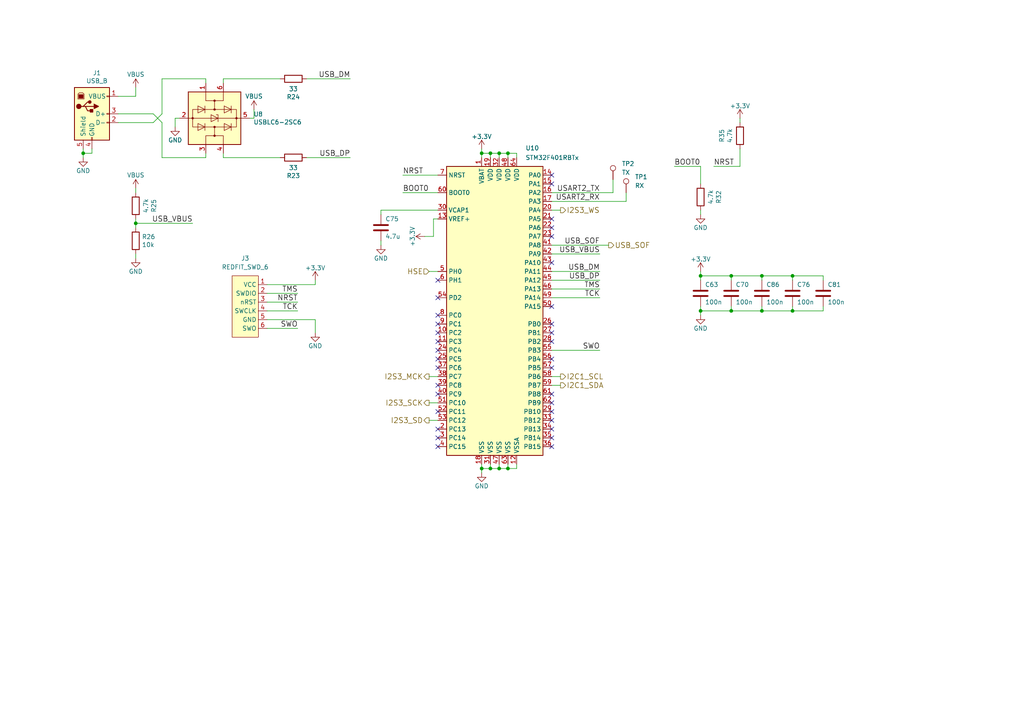
<source format=kicad_sch>
(kicad_sch (version 20211123) (generator eeschema)

  (uuid 17916d8a-4baa-4631-bfa9-d1bea3579029)

  (paper "A4")

  (lib_symbols
    (symbol "Connector:TestPoint" (pin_numbers hide) (pin_names (offset 0.762) hide) (in_bom yes) (on_board yes)
      (property "Reference" "TP" (id 0) (at 0 6.858 0)
        (effects (font (size 1.27 1.27)))
      )
      (property "Value" "TestPoint" (id 1) (at 0 5.08 0)
        (effects (font (size 1.27 1.27)))
      )
      (property "Footprint" "" (id 2) (at 5.08 0 0)
        (effects (font (size 1.27 1.27)) hide)
      )
      (property "Datasheet" "~" (id 3) (at 5.08 0 0)
        (effects (font (size 1.27 1.27)) hide)
      )
      (property "ki_keywords" "test point tp" (id 4) (at 0 0 0)
        (effects (font (size 1.27 1.27)) hide)
      )
      (property "ki_description" "test point" (id 5) (at 0 0 0)
        (effects (font (size 1.27 1.27)) hide)
      )
      (property "ki_fp_filters" "Pin* Test*" (id 6) (at 0 0 0)
        (effects (font (size 1.27 1.27)) hide)
      )
      (symbol "TestPoint_0_1"
        (circle (center 0 3.302) (radius 0.762)
          (stroke (width 0) (type default) (color 0 0 0 0))
          (fill (type none))
        )
      )
      (symbol "TestPoint_1_1"
        (pin passive line (at 0 0 90) (length 2.54)
          (name "1" (effects (font (size 1.27 1.27))))
          (number "1" (effects (font (size 1.27 1.27))))
        )
      )
    )
    (symbol "Connector:USB_B" (pin_names (offset 1.016)) (in_bom yes) (on_board yes)
      (property "Reference" "J" (id 0) (at -5.08 11.43 0)
        (effects (font (size 1.27 1.27)) (justify left))
      )
      (property "Value" "USB_B" (id 1) (at -5.08 8.89 0)
        (effects (font (size 1.27 1.27)) (justify left))
      )
      (property "Footprint" "" (id 2) (at 3.81 -1.27 0)
        (effects (font (size 1.27 1.27)) hide)
      )
      (property "Datasheet" " ~" (id 3) (at 3.81 -1.27 0)
        (effects (font (size 1.27 1.27)) hide)
      )
      (property "ki_keywords" "connector USB" (id 4) (at 0 0 0)
        (effects (font (size 1.27 1.27)) hide)
      )
      (property "ki_description" "USB Type B connector" (id 5) (at 0 0 0)
        (effects (font (size 1.27 1.27)) hide)
      )
      (property "ki_fp_filters" "USB*" (id 6) (at 0 0 0)
        (effects (font (size 1.27 1.27)) hide)
      )
      (symbol "USB_B_0_1"
        (rectangle (start -5.08 -7.62) (end 5.08 7.62)
          (stroke (width 0.254) (type default) (color 0 0 0 0))
          (fill (type background))
        )
        (circle (center -3.81 2.159) (radius 0.635)
          (stroke (width 0.254) (type default) (color 0 0 0 0))
          (fill (type outline))
        )
        (rectangle (start -3.81 5.588) (end -2.54 4.572)
          (stroke (width 0) (type default) (color 0 0 0 0))
          (fill (type outline))
        )
        (circle (center -0.635 3.429) (radius 0.381)
          (stroke (width 0.254) (type default) (color 0 0 0 0))
          (fill (type outline))
        )
        (rectangle (start -0.127 -7.62) (end 0.127 -6.858)
          (stroke (width 0) (type default) (color 0 0 0 0))
          (fill (type none))
        )
        (polyline
          (pts
            (xy -1.905 2.159)
            (xy 0.635 2.159)
          )
          (stroke (width 0.254) (type default) (color 0 0 0 0))
          (fill (type none))
        )
        (polyline
          (pts
            (xy -3.175 2.159)
            (xy -2.54 2.159)
            (xy -1.27 3.429)
            (xy -0.635 3.429)
          )
          (stroke (width 0.254) (type default) (color 0 0 0 0))
          (fill (type none))
        )
        (polyline
          (pts
            (xy -2.54 2.159)
            (xy -1.905 2.159)
            (xy -1.27 0.889)
            (xy 0 0.889)
          )
          (stroke (width 0.254) (type default) (color 0 0 0 0))
          (fill (type none))
        )
        (polyline
          (pts
            (xy 0.635 2.794)
            (xy 0.635 1.524)
            (xy 1.905 2.159)
            (xy 0.635 2.794)
          )
          (stroke (width 0.254) (type default) (color 0 0 0 0))
          (fill (type outline))
        )
        (polyline
          (pts
            (xy -4.064 4.318)
            (xy -2.286 4.318)
            (xy -2.286 5.715)
            (xy -2.667 6.096)
            (xy -3.683 6.096)
            (xy -4.064 5.715)
            (xy -4.064 4.318)
          )
          (stroke (width 0) (type default) (color 0 0 0 0))
          (fill (type none))
        )
        (rectangle (start 0.254 1.27) (end -0.508 0.508)
          (stroke (width 0.254) (type default) (color 0 0 0 0))
          (fill (type outline))
        )
        (rectangle (start 5.08 -2.667) (end 4.318 -2.413)
          (stroke (width 0) (type default) (color 0 0 0 0))
          (fill (type none))
        )
        (rectangle (start 5.08 -0.127) (end 4.318 0.127)
          (stroke (width 0) (type default) (color 0 0 0 0))
          (fill (type none))
        )
        (rectangle (start 5.08 4.953) (end 4.318 5.207)
          (stroke (width 0) (type default) (color 0 0 0 0))
          (fill (type none))
        )
      )
      (symbol "USB_B_1_1"
        (pin power_out line (at 7.62 5.08 180) (length 2.54)
          (name "VBUS" (effects (font (size 1.27 1.27))))
          (number "1" (effects (font (size 1.27 1.27))))
        )
        (pin bidirectional line (at 7.62 -2.54 180) (length 2.54)
          (name "D-" (effects (font (size 1.27 1.27))))
          (number "2" (effects (font (size 1.27 1.27))))
        )
        (pin bidirectional line (at 7.62 0 180) (length 2.54)
          (name "D+" (effects (font (size 1.27 1.27))))
          (number "3" (effects (font (size 1.27 1.27))))
        )
        (pin power_out line (at 0 -10.16 90) (length 2.54)
          (name "GND" (effects (font (size 1.27 1.27))))
          (number "4" (effects (font (size 1.27 1.27))))
        )
        (pin passive line (at -2.54 -10.16 90) (length 2.54)
          (name "Shield" (effects (font (size 1.27 1.27))))
          (number "5" (effects (font (size 1.27 1.27))))
        )
      )
    )
    (symbol "Device:C" (pin_numbers hide) (pin_names (offset 0.254)) (in_bom yes) (on_board yes)
      (property "Reference" "C" (id 0) (at 0.635 2.54 0)
        (effects (font (size 1.27 1.27)) (justify left))
      )
      (property "Value" "C" (id 1) (at 0.635 -2.54 0)
        (effects (font (size 1.27 1.27)) (justify left))
      )
      (property "Footprint" "" (id 2) (at 0.9652 -3.81 0)
        (effects (font (size 1.27 1.27)) hide)
      )
      (property "Datasheet" "~" (id 3) (at 0 0 0)
        (effects (font (size 1.27 1.27)) hide)
      )
      (property "ki_keywords" "cap capacitor" (id 4) (at 0 0 0)
        (effects (font (size 1.27 1.27)) hide)
      )
      (property "ki_description" "Unpolarized capacitor" (id 5) (at 0 0 0)
        (effects (font (size 1.27 1.27)) hide)
      )
      (property "ki_fp_filters" "C_*" (id 6) (at 0 0 0)
        (effects (font (size 1.27 1.27)) hide)
      )
      (symbol "C_0_1"
        (polyline
          (pts
            (xy -2.032 -0.762)
            (xy 2.032 -0.762)
          )
          (stroke (width 0.508) (type default) (color 0 0 0 0))
          (fill (type none))
        )
        (polyline
          (pts
            (xy -2.032 0.762)
            (xy 2.032 0.762)
          )
          (stroke (width 0.508) (type default) (color 0 0 0 0))
          (fill (type none))
        )
      )
      (symbol "C_1_1"
        (pin passive line (at 0 3.81 270) (length 2.794)
          (name "~" (effects (font (size 1.27 1.27))))
          (number "1" (effects (font (size 1.27 1.27))))
        )
        (pin passive line (at 0 -3.81 90) (length 2.794)
          (name "~" (effects (font (size 1.27 1.27))))
          (number "2" (effects (font (size 1.27 1.27))))
        )
      )
    )
    (symbol "Device:R" (pin_numbers hide) (pin_names (offset 0)) (in_bom yes) (on_board yes)
      (property "Reference" "R" (id 0) (at 2.032 0 90)
        (effects (font (size 1.27 1.27)))
      )
      (property "Value" "R" (id 1) (at 0 0 90)
        (effects (font (size 1.27 1.27)))
      )
      (property "Footprint" "" (id 2) (at -1.778 0 90)
        (effects (font (size 1.27 1.27)) hide)
      )
      (property "Datasheet" "~" (id 3) (at 0 0 0)
        (effects (font (size 1.27 1.27)) hide)
      )
      (property "ki_keywords" "R res resistor" (id 4) (at 0 0 0)
        (effects (font (size 1.27 1.27)) hide)
      )
      (property "ki_description" "Resistor" (id 5) (at 0 0 0)
        (effects (font (size 1.27 1.27)) hide)
      )
      (property "ki_fp_filters" "R_*" (id 6) (at 0 0 0)
        (effects (font (size 1.27 1.27)) hide)
      )
      (symbol "R_0_1"
        (rectangle (start -1.016 -2.54) (end 1.016 2.54)
          (stroke (width 0.254) (type default) (color 0 0 0 0))
          (fill (type none))
        )
      )
      (symbol "R_1_1"
        (pin passive line (at 0 3.81 270) (length 1.27)
          (name "~" (effects (font (size 1.27 1.27))))
          (number "1" (effects (font (size 1.27 1.27))))
        )
        (pin passive line (at 0 -3.81 90) (length 1.27)
          (name "~" (effects (font (size 1.27 1.27))))
          (number "2" (effects (font (size 1.27 1.27))))
        )
      )
    )
    (symbol "MCU_ST_STM32F4:STM32F401RBTx" (in_bom yes) (on_board yes)
      (property "Reference" "U" (id 0) (at -15.24 41.91 0)
        (effects (font (size 1.27 1.27)) (justify left))
      )
      (property "Value" "STM32F401RBTx" (id 1) (at 7.62 41.91 0)
        (effects (font (size 1.27 1.27)) (justify left))
      )
      (property "Footprint" "Package_QFP:LQFP-64_10x10mm_P0.5mm" (id 2) (at -15.24 -43.18 0)
        (effects (font (size 1.27 1.27)) (justify right) hide)
      )
      (property "Datasheet" "http://www.st.com/st-web-ui/static/active/en/resource/technical/document/datasheet/DM00086815.pdf" (id 3) (at 0 0 0)
        (effects (font (size 1.27 1.27)) hide)
      )
      (property "ki_keywords" "ARM Cortex-M4 STM32F4 STM32F401" (id 4) (at 0 0 0)
        (effects (font (size 1.27 1.27)) hide)
      )
      (property "ki_description" "ARM Cortex-M4 MCU, 128KB flash, 64KB RAM, 84MHz, 1.7-3.6V, 50 GPIO, LQFP-64" (id 5) (at 0 0 0)
        (effects (font (size 1.27 1.27)) hide)
      )
      (property "ki_fp_filters" "LQFP*10x10mm*P0.5mm*" (id 6) (at 0 0 0)
        (effects (font (size 1.27 1.27)) hide)
      )
      (symbol "STM32F401RBTx_0_1"
        (rectangle (start -15.24 -43.18) (end 12.7 40.64)
          (stroke (width 0.254) (type default) (color 0 0 0 0))
          (fill (type background))
        )
      )
      (symbol "STM32F401RBTx_1_1"
        (pin power_in line (at -5.08 43.18 270) (length 2.54)
          (name "VBAT" (effects (font (size 1.27 1.27))))
          (number "1" (effects (font (size 1.27 1.27))))
        )
        (pin bidirectional line (at -17.78 -7.62 0) (length 2.54)
          (name "PC2" (effects (font (size 1.27 1.27))))
          (number "10" (effects (font (size 1.27 1.27))))
        )
        (pin bidirectional line (at -17.78 -10.16 0) (length 2.54)
          (name "PC3" (effects (font (size 1.27 1.27))))
          (number "11" (effects (font (size 1.27 1.27))))
        )
        (pin power_in line (at 5.08 -45.72 90) (length 2.54)
          (name "VSSA" (effects (font (size 1.27 1.27))))
          (number "12" (effects (font (size 1.27 1.27))))
        )
        (pin power_in line (at -17.78 25.4 0) (length 2.54)
          (name "VREF+" (effects (font (size 1.27 1.27))))
          (number "13" (effects (font (size 1.27 1.27))))
        )
        (pin bidirectional line (at 15.24 38.1 180) (length 2.54)
          (name "PA0" (effects (font (size 1.27 1.27))))
          (number "14" (effects (font (size 1.27 1.27))))
        )
        (pin bidirectional line (at 15.24 35.56 180) (length 2.54)
          (name "PA1" (effects (font (size 1.27 1.27))))
          (number "15" (effects (font (size 1.27 1.27))))
        )
        (pin bidirectional line (at 15.24 33.02 180) (length 2.54)
          (name "PA2" (effects (font (size 1.27 1.27))))
          (number "16" (effects (font (size 1.27 1.27))))
        )
        (pin bidirectional line (at 15.24 30.48 180) (length 2.54)
          (name "PA3" (effects (font (size 1.27 1.27))))
          (number "17" (effects (font (size 1.27 1.27))))
        )
        (pin power_in line (at -5.08 -45.72 90) (length 2.54)
          (name "VSS" (effects (font (size 1.27 1.27))))
          (number "18" (effects (font (size 1.27 1.27))))
        )
        (pin power_in line (at -2.54 43.18 270) (length 2.54)
          (name "VDD" (effects (font (size 1.27 1.27))))
          (number "19" (effects (font (size 1.27 1.27))))
        )
        (pin bidirectional line (at -17.78 -35.56 0) (length 2.54)
          (name "PC13" (effects (font (size 1.27 1.27))))
          (number "2" (effects (font (size 1.27 1.27))))
        )
        (pin bidirectional line (at 15.24 27.94 180) (length 2.54)
          (name "PA4" (effects (font (size 1.27 1.27))))
          (number "20" (effects (font (size 1.27 1.27))))
        )
        (pin bidirectional line (at 15.24 25.4 180) (length 2.54)
          (name "PA5" (effects (font (size 1.27 1.27))))
          (number "21" (effects (font (size 1.27 1.27))))
        )
        (pin bidirectional line (at 15.24 22.86 180) (length 2.54)
          (name "PA6" (effects (font (size 1.27 1.27))))
          (number "22" (effects (font (size 1.27 1.27))))
        )
        (pin bidirectional line (at 15.24 20.32 180) (length 2.54)
          (name "PA7" (effects (font (size 1.27 1.27))))
          (number "23" (effects (font (size 1.27 1.27))))
        )
        (pin bidirectional line (at -17.78 -12.7 0) (length 2.54)
          (name "PC4" (effects (font (size 1.27 1.27))))
          (number "24" (effects (font (size 1.27 1.27))))
        )
        (pin bidirectional line (at -17.78 -15.24 0) (length 2.54)
          (name "PC5" (effects (font (size 1.27 1.27))))
          (number "25" (effects (font (size 1.27 1.27))))
        )
        (pin bidirectional line (at 15.24 -5.08 180) (length 2.54)
          (name "PB0" (effects (font (size 1.27 1.27))))
          (number "26" (effects (font (size 1.27 1.27))))
        )
        (pin bidirectional line (at 15.24 -7.62 180) (length 2.54)
          (name "PB1" (effects (font (size 1.27 1.27))))
          (number "27" (effects (font (size 1.27 1.27))))
        )
        (pin bidirectional line (at 15.24 -10.16 180) (length 2.54)
          (name "PB2" (effects (font (size 1.27 1.27))))
          (number "28" (effects (font (size 1.27 1.27))))
        )
        (pin bidirectional line (at 15.24 -30.48 180) (length 2.54)
          (name "PB10" (effects (font (size 1.27 1.27))))
          (number "29" (effects (font (size 1.27 1.27))))
        )
        (pin bidirectional line (at -17.78 -38.1 0) (length 2.54)
          (name "PC14" (effects (font (size 1.27 1.27))))
          (number "3" (effects (font (size 1.27 1.27))))
        )
        (pin power_in line (at -17.78 27.94 0) (length 2.54)
          (name "VCAP1" (effects (font (size 1.27 1.27))))
          (number "30" (effects (font (size 1.27 1.27))))
        )
        (pin power_in line (at -2.54 -45.72 90) (length 2.54)
          (name "VSS" (effects (font (size 1.27 1.27))))
          (number "31" (effects (font (size 1.27 1.27))))
        )
        (pin power_in line (at 0 43.18 270) (length 2.54)
          (name "VDD" (effects (font (size 1.27 1.27))))
          (number "32" (effects (font (size 1.27 1.27))))
        )
        (pin bidirectional line (at 15.24 -33.02 180) (length 2.54)
          (name "PB12" (effects (font (size 1.27 1.27))))
          (number "33" (effects (font (size 1.27 1.27))))
        )
        (pin bidirectional line (at 15.24 -35.56 180) (length 2.54)
          (name "PB13" (effects (font (size 1.27 1.27))))
          (number "34" (effects (font (size 1.27 1.27))))
        )
        (pin bidirectional line (at 15.24 -38.1 180) (length 2.54)
          (name "PB14" (effects (font (size 1.27 1.27))))
          (number "35" (effects (font (size 1.27 1.27))))
        )
        (pin bidirectional line (at 15.24 -40.64 180) (length 2.54)
          (name "PB15" (effects (font (size 1.27 1.27))))
          (number "36" (effects (font (size 1.27 1.27))))
        )
        (pin bidirectional line (at -17.78 -17.78 0) (length 2.54)
          (name "PC6" (effects (font (size 1.27 1.27))))
          (number "37" (effects (font (size 1.27 1.27))))
        )
        (pin bidirectional line (at -17.78 -20.32 0) (length 2.54)
          (name "PC7" (effects (font (size 1.27 1.27))))
          (number "38" (effects (font (size 1.27 1.27))))
        )
        (pin bidirectional line (at -17.78 -22.86 0) (length 2.54)
          (name "PC8" (effects (font (size 1.27 1.27))))
          (number "39" (effects (font (size 1.27 1.27))))
        )
        (pin bidirectional line (at -17.78 -40.64 0) (length 2.54)
          (name "PC15" (effects (font (size 1.27 1.27))))
          (number "4" (effects (font (size 1.27 1.27))))
        )
        (pin bidirectional line (at -17.78 -25.4 0) (length 2.54)
          (name "PC9" (effects (font (size 1.27 1.27))))
          (number "40" (effects (font (size 1.27 1.27))))
        )
        (pin bidirectional line (at 15.24 17.78 180) (length 2.54)
          (name "PA8" (effects (font (size 1.27 1.27))))
          (number "41" (effects (font (size 1.27 1.27))))
        )
        (pin bidirectional line (at 15.24 15.24 180) (length 2.54)
          (name "PA9" (effects (font (size 1.27 1.27))))
          (number "42" (effects (font (size 1.27 1.27))))
        )
        (pin bidirectional line (at 15.24 12.7 180) (length 2.54)
          (name "PA10" (effects (font (size 1.27 1.27))))
          (number "43" (effects (font (size 1.27 1.27))))
        )
        (pin bidirectional line (at 15.24 10.16 180) (length 2.54)
          (name "PA11" (effects (font (size 1.27 1.27))))
          (number "44" (effects (font (size 1.27 1.27))))
        )
        (pin bidirectional line (at 15.24 7.62 180) (length 2.54)
          (name "PA12" (effects (font (size 1.27 1.27))))
          (number "45" (effects (font (size 1.27 1.27))))
        )
        (pin bidirectional line (at 15.24 5.08 180) (length 2.54)
          (name "PA13" (effects (font (size 1.27 1.27))))
          (number "46" (effects (font (size 1.27 1.27))))
        )
        (pin power_in line (at 0 -45.72 90) (length 2.54)
          (name "VSS" (effects (font (size 1.27 1.27))))
          (number "47" (effects (font (size 1.27 1.27))))
        )
        (pin power_in line (at 2.54 43.18 270) (length 2.54)
          (name "VDD" (effects (font (size 1.27 1.27))))
          (number "48" (effects (font (size 1.27 1.27))))
        )
        (pin bidirectional line (at 15.24 2.54 180) (length 2.54)
          (name "PA14" (effects (font (size 1.27 1.27))))
          (number "49" (effects (font (size 1.27 1.27))))
        )
        (pin input line (at -17.78 10.16 0) (length 2.54)
          (name "PH0" (effects (font (size 1.27 1.27))))
          (number "5" (effects (font (size 1.27 1.27))))
        )
        (pin bidirectional line (at 15.24 0 180) (length 2.54)
          (name "PA15" (effects (font (size 1.27 1.27))))
          (number "50" (effects (font (size 1.27 1.27))))
        )
        (pin bidirectional line (at -17.78 -27.94 0) (length 2.54)
          (name "PC10" (effects (font (size 1.27 1.27))))
          (number "51" (effects (font (size 1.27 1.27))))
        )
        (pin bidirectional line (at -17.78 -30.48 0) (length 2.54)
          (name "PC11" (effects (font (size 1.27 1.27))))
          (number "52" (effects (font (size 1.27 1.27))))
        )
        (pin bidirectional line (at -17.78 -33.02 0) (length 2.54)
          (name "PC12" (effects (font (size 1.27 1.27))))
          (number "53" (effects (font (size 1.27 1.27))))
        )
        (pin bidirectional line (at -17.78 2.54 0) (length 2.54)
          (name "PD2" (effects (font (size 1.27 1.27))))
          (number "54" (effects (font (size 1.27 1.27))))
        )
        (pin bidirectional line (at 15.24 -12.7 180) (length 2.54)
          (name "PB3" (effects (font (size 1.27 1.27))))
          (number "55" (effects (font (size 1.27 1.27))))
        )
        (pin bidirectional line (at 15.24 -15.24 180) (length 2.54)
          (name "PB4" (effects (font (size 1.27 1.27))))
          (number "56" (effects (font (size 1.27 1.27))))
        )
        (pin bidirectional line (at 15.24 -17.78 180) (length 2.54)
          (name "PB5" (effects (font (size 1.27 1.27))))
          (number "57" (effects (font (size 1.27 1.27))))
        )
        (pin bidirectional line (at 15.24 -20.32 180) (length 2.54)
          (name "PB6" (effects (font (size 1.27 1.27))))
          (number "58" (effects (font (size 1.27 1.27))))
        )
        (pin bidirectional line (at 15.24 -22.86 180) (length 2.54)
          (name "PB7" (effects (font (size 1.27 1.27))))
          (number "59" (effects (font (size 1.27 1.27))))
        )
        (pin input line (at -17.78 7.62 0) (length 2.54)
          (name "PH1" (effects (font (size 1.27 1.27))))
          (number "6" (effects (font (size 1.27 1.27))))
        )
        (pin input line (at -17.78 33.02 0) (length 2.54)
          (name "BOOT0" (effects (font (size 1.27 1.27))))
          (number "60" (effects (font (size 1.27 1.27))))
        )
        (pin bidirectional line (at 15.24 -25.4 180) (length 2.54)
          (name "PB8" (effects (font (size 1.27 1.27))))
          (number "61" (effects (font (size 1.27 1.27))))
        )
        (pin bidirectional line (at 15.24 -27.94 180) (length 2.54)
          (name "PB9" (effects (font (size 1.27 1.27))))
          (number "62" (effects (font (size 1.27 1.27))))
        )
        (pin power_in line (at 2.54 -45.72 90) (length 2.54)
          (name "VSS" (effects (font (size 1.27 1.27))))
          (number "63" (effects (font (size 1.27 1.27))))
        )
        (pin power_in line (at 5.08 43.18 270) (length 2.54)
          (name "VDD" (effects (font (size 1.27 1.27))))
          (number "64" (effects (font (size 1.27 1.27))))
        )
        (pin input line (at -17.78 38.1 0) (length 2.54)
          (name "NRST" (effects (font (size 1.27 1.27))))
          (number "7" (effects (font (size 1.27 1.27))))
        )
        (pin bidirectional line (at -17.78 -2.54 0) (length 2.54)
          (name "PC0" (effects (font (size 1.27 1.27))))
          (number "8" (effects (font (size 1.27 1.27))))
        )
        (pin bidirectional line (at -17.78 -5.08 0) (length 2.54)
          (name "PC1" (effects (font (size 1.27 1.27))))
          (number "9" (effects (font (size 1.27 1.27))))
        )
      )
    )
    (symbol "Power_Protection:USBLC6-2SC6" (pin_names hide) (in_bom yes) (on_board yes)
      (property "Reference" "U" (id 0) (at 2.54 8.89 0)
        (effects (font (size 1.27 1.27)) (justify left))
      )
      (property "Value" "USBLC6-2SC6" (id 1) (at 2.54 -8.89 0)
        (effects (font (size 1.27 1.27)) (justify left))
      )
      (property "Footprint" "Package_TO_SOT_SMD:SOT-23-6" (id 2) (at 0 -12.7 0)
        (effects (font (size 1.27 1.27)) hide)
      )
      (property "Datasheet" "https://www.st.com/resource/en/datasheet/usblc6-2.pdf" (id 3) (at 5.08 8.89 0)
        (effects (font (size 1.27 1.27)) hide)
      )
      (property "ki_keywords" "usb ethernet video" (id 4) (at 0 0 0)
        (effects (font (size 1.27 1.27)) hide)
      )
      (property "ki_description" "Very low capacitance ESD protection diode, 2 data-line, SOT-23-6" (id 5) (at 0 0 0)
        (effects (font (size 1.27 1.27)) hide)
      )
      (property "ki_fp_filters" "SOT?23*" (id 6) (at 0 0 0)
        (effects (font (size 1.27 1.27)) hide)
      )
      (symbol "USBLC6-2SC6_0_1"
        (rectangle (start -7.62 -7.62) (end 7.62 7.62)
          (stroke (width 0.254) (type default) (color 0 0 0 0))
          (fill (type background))
        )
        (circle (center -5.08 0) (radius 0.254)
          (stroke (width 0) (type default) (color 0 0 0 0))
          (fill (type outline))
        )
        (circle (center -2.54 0) (radius 0.254)
          (stroke (width 0) (type default) (color 0 0 0 0))
          (fill (type outline))
        )
        (rectangle (start -2.54 6.35) (end 2.54 -6.35)
          (stroke (width 0) (type default) (color 0 0 0 0))
          (fill (type none))
        )
        (circle (center 0 -6.35) (radius 0.254)
          (stroke (width 0) (type default) (color 0 0 0 0))
          (fill (type outline))
        )
        (polyline
          (pts
            (xy -5.08 -2.54)
            (xy -7.62 -2.54)
          )
          (stroke (width 0) (type default) (color 0 0 0 0))
          (fill (type none))
        )
        (polyline
          (pts
            (xy -5.08 0)
            (xy -5.08 -2.54)
          )
          (stroke (width 0) (type default) (color 0 0 0 0))
          (fill (type none))
        )
        (polyline
          (pts
            (xy -5.08 2.54)
            (xy -7.62 2.54)
          )
          (stroke (width 0) (type default) (color 0 0 0 0))
          (fill (type none))
        )
        (polyline
          (pts
            (xy -1.524 -2.794)
            (xy -3.556 -2.794)
          )
          (stroke (width 0) (type default) (color 0 0 0 0))
          (fill (type none))
        )
        (polyline
          (pts
            (xy -1.524 4.826)
            (xy -3.556 4.826)
          )
          (stroke (width 0) (type default) (color 0 0 0 0))
          (fill (type none))
        )
        (polyline
          (pts
            (xy 0 -7.62)
            (xy 0 -6.35)
          )
          (stroke (width 0) (type default) (color 0 0 0 0))
          (fill (type none))
        )
        (polyline
          (pts
            (xy 0 -6.35)
            (xy 0 1.27)
          )
          (stroke (width 0) (type default) (color 0 0 0 0))
          (fill (type none))
        )
        (polyline
          (pts
            (xy 0 1.27)
            (xy 0 6.35)
          )
          (stroke (width 0) (type default) (color 0 0 0 0))
          (fill (type none))
        )
        (polyline
          (pts
            (xy 0 6.35)
            (xy 0 7.62)
          )
          (stroke (width 0) (type default) (color 0 0 0 0))
          (fill (type none))
        )
        (polyline
          (pts
            (xy 1.524 -2.794)
            (xy 3.556 -2.794)
          )
          (stroke (width 0) (type default) (color 0 0 0 0))
          (fill (type none))
        )
        (polyline
          (pts
            (xy 1.524 4.826)
            (xy 3.556 4.826)
          )
          (stroke (width 0) (type default) (color 0 0 0 0))
          (fill (type none))
        )
        (polyline
          (pts
            (xy 5.08 -2.54)
            (xy 7.62 -2.54)
          )
          (stroke (width 0) (type default) (color 0 0 0 0))
          (fill (type none))
        )
        (polyline
          (pts
            (xy 5.08 0)
            (xy 5.08 -2.54)
          )
          (stroke (width 0) (type default) (color 0 0 0 0))
          (fill (type none))
        )
        (polyline
          (pts
            (xy 5.08 2.54)
            (xy 7.62 2.54)
          )
          (stroke (width 0) (type default) (color 0 0 0 0))
          (fill (type none))
        )
        (polyline
          (pts
            (xy -2.54 0)
            (xy -5.08 0)
            (xy -5.08 2.54)
          )
          (stroke (width 0) (type default) (color 0 0 0 0))
          (fill (type none))
        )
        (polyline
          (pts
            (xy 2.54 0)
            (xy 5.08 0)
            (xy 5.08 2.54)
          )
          (stroke (width 0) (type default) (color 0 0 0 0))
          (fill (type none))
        )
        (polyline
          (pts
            (xy -3.556 -4.826)
            (xy -1.524 -4.826)
            (xy -2.54 -2.794)
            (xy -3.556 -4.826)
          )
          (stroke (width 0) (type default) (color 0 0 0 0))
          (fill (type none))
        )
        (polyline
          (pts
            (xy -3.556 2.794)
            (xy -1.524 2.794)
            (xy -2.54 4.826)
            (xy -3.556 2.794)
          )
          (stroke (width 0) (type default) (color 0 0 0 0))
          (fill (type none))
        )
        (polyline
          (pts
            (xy -1.016 -1.016)
            (xy 1.016 -1.016)
            (xy 0 1.016)
            (xy -1.016 -1.016)
          )
          (stroke (width 0) (type default) (color 0 0 0 0))
          (fill (type none))
        )
        (polyline
          (pts
            (xy 1.016 1.016)
            (xy 0.762 1.016)
            (xy -1.016 1.016)
            (xy -1.016 0.508)
          )
          (stroke (width 0) (type default) (color 0 0 0 0))
          (fill (type none))
        )
        (polyline
          (pts
            (xy 3.556 -4.826)
            (xy 1.524 -4.826)
            (xy 2.54 -2.794)
            (xy 3.556 -4.826)
          )
          (stroke (width 0) (type default) (color 0 0 0 0))
          (fill (type none))
        )
        (polyline
          (pts
            (xy 3.556 2.794)
            (xy 1.524 2.794)
            (xy 2.54 4.826)
            (xy 3.556 2.794)
          )
          (stroke (width 0) (type default) (color 0 0 0 0))
          (fill (type none))
        )
        (circle (center 0 6.35) (radius 0.254)
          (stroke (width 0) (type default) (color 0 0 0 0))
          (fill (type outline))
        )
        (circle (center 2.54 0) (radius 0.254)
          (stroke (width 0) (type default) (color 0 0 0 0))
          (fill (type outline))
        )
        (circle (center 5.08 0) (radius 0.254)
          (stroke (width 0) (type default) (color 0 0 0 0))
          (fill (type outline))
        )
      )
      (symbol "USBLC6-2SC6_1_1"
        (pin passive line (at -10.16 -2.54 0) (length 2.54)
          (name "I/O1" (effects (font (size 1.27 1.27))))
          (number "1" (effects (font (size 1.27 1.27))))
        )
        (pin passive line (at 0 -10.16 90) (length 2.54)
          (name "GND" (effects (font (size 1.27 1.27))))
          (number "2" (effects (font (size 1.27 1.27))))
        )
        (pin passive line (at 10.16 -2.54 180) (length 2.54)
          (name "I/O2" (effects (font (size 1.27 1.27))))
          (number "3" (effects (font (size 1.27 1.27))))
        )
        (pin passive line (at 10.16 2.54 180) (length 2.54)
          (name "I/O2" (effects (font (size 1.27 1.27))))
          (number "4" (effects (font (size 1.27 1.27))))
        )
        (pin passive line (at 0 10.16 270) (length 2.54)
          (name "VBUS" (effects (font (size 1.27 1.27))))
          (number "5" (effects (font (size 1.27 1.27))))
        )
        (pin passive line (at -10.16 2.54 0) (length 2.54)
          (name "I/O1" (effects (font (size 1.27 1.27))))
          (number "6" (effects (font (size 1.27 1.27))))
        )
      )
    )
    (symbol "connectors_debug:REDFIT_SWD_6" (in_bom yes) (on_board yes)
      (property "Reference" "J" (id 0) (at 0 -17.78 0)
        (effects (font (size 1.27 1.27)))
      )
      (property "Value" "REDFIT_SWD_6" (id 1) (at 0 6.35 0)
        (effects (font (size 1.27 1.27)))
      )
      (property "Footprint" "" (id 2) (at 6.35 0 0)
        (effects (font (size 1.27 1.27)) hide)
      )
      (property "Datasheet" "" (id 3) (at 6.35 0 0)
        (effects (font (size 1.27 1.27)) hide)
      )
      (symbol "REDFIT_SWD_6_0_1"
        (rectangle (start 3.81 2.54) (end -3.81 -15.24)
          (stroke (width 0) (type default) (color 0 0 0 0))
          (fill (type background))
        )
      )
      (symbol "REDFIT_SWD_6_1_1"
        (pin passive line (at 6.35 0 180) (length 2.54)
          (name "VCC" (effects (font (size 1.27 1.27))))
          (number "1" (effects (font (size 1.27 1.27))))
        )
        (pin bidirectional line (at 6.35 -2.54 180) (length 2.54)
          (name "SWDIO" (effects (font (size 1.27 1.27))))
          (number "2" (effects (font (size 1.27 1.27))))
        )
        (pin bidirectional line (at 6.35 -5.08 180) (length 2.54)
          (name "nRST" (effects (font (size 1.27 1.27))))
          (number "3" (effects (font (size 1.27 1.27))))
        )
        (pin bidirectional line (at 6.35 -7.62 180) (length 2.54)
          (name "SWCLK" (effects (font (size 1.27 1.27))))
          (number "4" (effects (font (size 1.27 1.27))))
        )
        (pin power_in line (at 6.35 -10.16 180) (length 2.54)
          (name "GND" (effects (font (size 1.27 1.27))))
          (number "5" (effects (font (size 1.27 1.27))))
        )
        (pin bidirectional line (at 6.35 -12.7 180) (length 2.54)
          (name "SWO" (effects (font (size 1.27 1.27))))
          (number "6" (effects (font (size 1.27 1.27))))
        )
      )
    )
    (symbol "power:+3.3V" (power) (pin_names (offset 0)) (in_bom yes) (on_board yes)
      (property "Reference" "#PWR" (id 0) (at 0 -3.81 0)
        (effects (font (size 1.27 1.27)) hide)
      )
      (property "Value" "+3.3V" (id 1) (at 0 3.556 0)
        (effects (font (size 1.27 1.27)))
      )
      (property "Footprint" "" (id 2) (at 0 0 0)
        (effects (font (size 1.27 1.27)) hide)
      )
      (property "Datasheet" "" (id 3) (at 0 0 0)
        (effects (font (size 1.27 1.27)) hide)
      )
      (property "ki_keywords" "global power" (id 4) (at 0 0 0)
        (effects (font (size 1.27 1.27)) hide)
      )
      (property "ki_description" "Power symbol creates a global label with name \"+3.3V\"" (id 5) (at 0 0 0)
        (effects (font (size 1.27 1.27)) hide)
      )
      (symbol "+3.3V_0_1"
        (polyline
          (pts
            (xy -0.762 1.27)
            (xy 0 2.54)
          )
          (stroke (width 0) (type default) (color 0 0 0 0))
          (fill (type none))
        )
        (polyline
          (pts
            (xy 0 0)
            (xy 0 2.54)
          )
          (stroke (width 0) (type default) (color 0 0 0 0))
          (fill (type none))
        )
        (polyline
          (pts
            (xy 0 2.54)
            (xy 0.762 1.27)
          )
          (stroke (width 0) (type default) (color 0 0 0 0))
          (fill (type none))
        )
      )
      (symbol "+3.3V_1_1"
        (pin power_in line (at 0 0 90) (length 0) hide
          (name "+3.3V" (effects (font (size 1.27 1.27))))
          (number "1" (effects (font (size 1.27 1.27))))
        )
      )
    )
    (symbol "power:GND" (power) (pin_names (offset 0)) (in_bom yes) (on_board yes)
      (property "Reference" "#PWR" (id 0) (at 0 -6.35 0)
        (effects (font (size 1.27 1.27)) hide)
      )
      (property "Value" "GND" (id 1) (at 0 -3.81 0)
        (effects (font (size 1.27 1.27)))
      )
      (property "Footprint" "" (id 2) (at 0 0 0)
        (effects (font (size 1.27 1.27)) hide)
      )
      (property "Datasheet" "" (id 3) (at 0 0 0)
        (effects (font (size 1.27 1.27)) hide)
      )
      (property "ki_keywords" "global power" (id 4) (at 0 0 0)
        (effects (font (size 1.27 1.27)) hide)
      )
      (property "ki_description" "Power symbol creates a global label with name \"GND\" , ground" (id 5) (at 0 0 0)
        (effects (font (size 1.27 1.27)) hide)
      )
      (symbol "GND_0_1"
        (polyline
          (pts
            (xy 0 0)
            (xy 0 -1.27)
            (xy 1.27 -1.27)
            (xy 0 -2.54)
            (xy -1.27 -1.27)
            (xy 0 -1.27)
          )
          (stroke (width 0) (type default) (color 0 0 0 0))
          (fill (type none))
        )
      )
      (symbol "GND_1_1"
        (pin power_in line (at 0 0 270) (length 0) hide
          (name "GND" (effects (font (size 1.27 1.27))))
          (number "1" (effects (font (size 1.27 1.27))))
        )
      )
    )
    (symbol "power:VBUS" (power) (pin_names (offset 0)) (in_bom yes) (on_board yes)
      (property "Reference" "#PWR" (id 0) (at 0 -3.81 0)
        (effects (font (size 1.27 1.27)) hide)
      )
      (property "Value" "VBUS" (id 1) (at 0 3.81 0)
        (effects (font (size 1.27 1.27)))
      )
      (property "Footprint" "" (id 2) (at 0 0 0)
        (effects (font (size 1.27 1.27)) hide)
      )
      (property "Datasheet" "" (id 3) (at 0 0 0)
        (effects (font (size 1.27 1.27)) hide)
      )
      (property "ki_keywords" "global power" (id 4) (at 0 0 0)
        (effects (font (size 1.27 1.27)) hide)
      )
      (property "ki_description" "Power symbol creates a global label with name \"VBUS\"" (id 5) (at 0 0 0)
        (effects (font (size 1.27 1.27)) hide)
      )
      (symbol "VBUS_0_1"
        (polyline
          (pts
            (xy -0.762 1.27)
            (xy 0 2.54)
          )
          (stroke (width 0) (type default) (color 0 0 0 0))
          (fill (type none))
        )
        (polyline
          (pts
            (xy 0 0)
            (xy 0 2.54)
          )
          (stroke (width 0) (type default) (color 0 0 0 0))
          (fill (type none))
        )
        (polyline
          (pts
            (xy 0 2.54)
            (xy 0.762 1.27)
          )
          (stroke (width 0) (type default) (color 0 0 0 0))
          (fill (type none))
        )
      )
      (symbol "VBUS_1_1"
        (pin power_in line (at 0 0 90) (length 0) hide
          (name "VBUS" (effects (font (size 1.27 1.27))))
          (number "1" (effects (font (size 1.27 1.27))))
        )
      )
    )
  )


  (junction (at 220.98 80.01) (diameter 0) (color 0 0 0 0)
    (uuid 16e4115d-3b19-4b3c-ab0c-b4f88b1612b2)
  )
  (junction (at 139.7 44.45) (diameter 0) (color 0 0 0 0)
    (uuid 19faaf36-574f-4c4e-9fc9-f1aa28b3fa5a)
  )
  (junction (at 229.87 90.17) (diameter 0) (color 0 0 0 0)
    (uuid 1cc177f9-3e41-46aa-bf11-45b7469a61ce)
  )
  (junction (at 203.2 90.17) (diameter 0) (color 0 0 0 0)
    (uuid 23e558e8-0d6c-461e-bd92-8151d6cf550d)
  )
  (junction (at 229.87 80.01) (diameter 0) (color 0 0 0 0)
    (uuid 2fccd176-48c8-4a85-b426-74e5b3f40074)
  )
  (junction (at 142.24 135.89) (diameter 0) (color 0 0 0 0)
    (uuid 43a60bf8-c479-4610-b910-1bd14b736349)
  )
  (junction (at 147.32 135.89) (diameter 0) (color 0 0 0 0)
    (uuid 49920b62-8f9d-4b6a-97e8-450916cbee00)
  )
  (junction (at 212.09 90.17) (diameter 0) (color 0 0 0 0)
    (uuid 503703c0-f1e1-4d62-9f66-df644e110bd3)
  )
  (junction (at 144.78 135.89) (diameter 0) (color 0 0 0 0)
    (uuid 59f8d447-2c62-4bba-8209-cfd98e2b363b)
  )
  (junction (at 212.09 80.01) (diameter 0) (color 0 0 0 0)
    (uuid 5b3a18d1-d0db-4eaf-bc4c-9980548d21dc)
  )
  (junction (at 24.13 44.45) (diameter 0) (color 0 0 0 0)
    (uuid 5f1adcf7-a22d-46b3-88d8-eb5b66afa6cc)
  )
  (junction (at 142.24 44.45) (diameter 0) (color 0 0 0 0)
    (uuid 70bd2e07-e4cd-4a72-ab27-fd89876b9b04)
  )
  (junction (at 203.2 80.01) (diameter 0) (color 0 0 0 0)
    (uuid 89791662-506c-4dcc-9d85-171feb0bdbe0)
  )
  (junction (at 39.37 64.77) (diameter 0) (color 0 0 0 0)
    (uuid 8e722f53-8a78-481b-8c62-e8c7bfba10f6)
  )
  (junction (at 144.78 44.45) (diameter 0) (color 0 0 0 0)
    (uuid b8062ae9-c613-4028-992f-a3efc46c838a)
  )
  (junction (at 147.32 44.45) (diameter 0) (color 0 0 0 0)
    (uuid c1e1a519-b5e1-4feb-abf7-3abfb11273c5)
  )
  (junction (at 220.98 90.17) (diameter 0) (color 0 0 0 0)
    (uuid d8fa09c4-cabd-47b7-a11e-741b6c949d64)
  )
  (junction (at 139.7 135.89) (diameter 0) (color 0 0 0 0)
    (uuid e64e640c-e1d2-48a0-a3d7-96c6d7bb6b8e)
  )

  (no_connect (at 160.02 50.8) (uuid 2ffcd510-7dcb-453e-bd9e-52efa62dbd38))
  (no_connect (at 160.02 53.34) (uuid 2ffcd510-7dcb-453e-bd9e-52efa62dbd39))
  (no_connect (at 127 81.28) (uuid 4b00ebf0-0380-4071-8169-1a4bba31419d))
  (no_connect (at 127 86.36) (uuid 74306a9d-8808-42d1-b6d8-9c50ded29021))
  (no_connect (at 127 96.52) (uuid 74306a9d-8808-42d1-b6d8-9c50ded29022))
  (no_connect (at 127 93.98) (uuid 74306a9d-8808-42d1-b6d8-9c50ded29023))
  (no_connect (at 127 91.44) (uuid 74306a9d-8808-42d1-b6d8-9c50ded29024))
  (no_connect (at 160.02 114.3) (uuid 74306a9d-8808-42d1-b6d8-9c50ded29025))
  (no_connect (at 160.02 116.84) (uuid 74306a9d-8808-42d1-b6d8-9c50ded29026))
  (no_connect (at 160.02 119.38) (uuid 74306a9d-8808-42d1-b6d8-9c50ded29027))
  (no_connect (at 160.02 121.92) (uuid 74306a9d-8808-42d1-b6d8-9c50ded29028))
  (no_connect (at 160.02 104.14) (uuid 74306a9d-8808-42d1-b6d8-9c50ded29029))
  (no_connect (at 160.02 106.68) (uuid 74306a9d-8808-42d1-b6d8-9c50ded2902a))
  (no_connect (at 160.02 68.58) (uuid 74306a9d-8808-42d1-b6d8-9c50ded2902b))
  (no_connect (at 160.02 66.04) (uuid 74306a9d-8808-42d1-b6d8-9c50ded2902c))
  (no_connect (at 160.02 96.52) (uuid 74306a9d-8808-42d1-b6d8-9c50ded2902d))
  (no_connect (at 160.02 99.06) (uuid 74306a9d-8808-42d1-b6d8-9c50ded2902e))
  (no_connect (at 160.02 93.98) (uuid 74306a9d-8808-42d1-b6d8-9c50ded2902f))
  (no_connect (at 160.02 88.9) (uuid 74306a9d-8808-42d1-b6d8-9c50ded29030))
  (no_connect (at 160.02 76.2) (uuid 74306a9d-8808-42d1-b6d8-9c50ded29031))
  (no_connect (at 127 104.14) (uuid 74306a9d-8808-42d1-b6d8-9c50ded29032))
  (no_connect (at 127 99.06) (uuid 74306a9d-8808-42d1-b6d8-9c50ded29033))
  (no_connect (at 127 101.6) (uuid 74306a9d-8808-42d1-b6d8-9c50ded29034))
  (no_connect (at 127 106.68) (uuid 74306a9d-8808-42d1-b6d8-9c50ded29035))
  (no_connect (at 127 111.76) (uuid 74306a9d-8808-42d1-b6d8-9c50ded29036))
  (no_connect (at 127 114.3) (uuid 74306a9d-8808-42d1-b6d8-9c50ded29037))
  (no_connect (at 127 119.38) (uuid 74306a9d-8808-42d1-b6d8-9c50ded29038))
  (no_connect (at 127 124.46) (uuid 74306a9d-8808-42d1-b6d8-9c50ded29039))
  (no_connect (at 127 127) (uuid 74306a9d-8808-42d1-b6d8-9c50ded2903a))
  (no_connect (at 127 129.54) (uuid 74306a9d-8808-42d1-b6d8-9c50ded2903b))
  (no_connect (at 160.02 124.46) (uuid 74306a9d-8808-42d1-b6d8-9c50ded2903c))
  (no_connect (at 160.02 127) (uuid 74306a9d-8808-42d1-b6d8-9c50ded2903d))
  (no_connect (at 160.02 129.54) (uuid 74306a9d-8808-42d1-b6d8-9c50ded2903e))
  (no_connect (at 160.02 63.5) (uuid ee4d5cc4-554c-4c3d-84e5-e1da0b0e35f6))

  (wire (pts (xy 149.86 134.62) (xy 149.86 135.89))
    (stroke (width 0) (type default) (color 0 0 0 0))
    (uuid 015e99d1-64a8-486d-8513-6f9943ecb044)
  )
  (wire (pts (xy 147.32 44.45) (xy 147.32 45.72))
    (stroke (width 0) (type default) (color 0 0 0 0))
    (uuid 06b6e33d-a4df-464b-9c23-5be0fca31893)
  )
  (wire (pts (xy 77.47 87.63) (xy 86.36 87.63))
    (stroke (width 0) (type default) (color 0 0 0 0))
    (uuid 09c76a8c-3582-4f72-9d75-56788bb7cdca)
  )
  (wire (pts (xy 88.9 45.72) (xy 101.6 45.72))
    (stroke (width 0) (type default) (color 0 0 0 0))
    (uuid 0eeb240f-ebec-43cf-b9a9-fcf3a2a9bc79)
  )
  (wire (pts (xy 144.78 135.89) (xy 142.24 135.89))
    (stroke (width 0) (type default) (color 0 0 0 0))
    (uuid 130e97bb-b466-437e-9301-6861dc44c021)
  )
  (wire (pts (xy 39.37 63.5) (xy 39.37 64.77))
    (stroke (width 0) (type default) (color 0 0 0 0))
    (uuid 175dbffb-d389-464b-bd72-a518852cf62d)
  )
  (wire (pts (xy 50.8 34.29) (xy 50.8 36.83))
    (stroke (width 0) (type default) (color 0 0 0 0))
    (uuid 18651abf-94bf-4f82-a8bf-9909213618b4)
  )
  (wire (pts (xy 64.77 44.45) (xy 64.77 45.72))
    (stroke (width 0) (type default) (color 0 0 0 0))
    (uuid 1aedcf85-289e-48b7-ba25-df5441cb3834)
  )
  (wire (pts (xy 160.02 111.76) (xy 162.56 111.76))
    (stroke (width 0) (type default) (color 0 0 0 0))
    (uuid 1c592732-d3f0-415f-96e8-01141d6b4893)
  )
  (wire (pts (xy 44.45 33.02) (xy 34.29 33.02))
    (stroke (width 0) (type default) (color 0 0 0 0))
    (uuid 1d732149-3816-45ed-8fb6-d258de0b9193)
  )
  (wire (pts (xy 123.19 68.58) (xy 125.73 68.58))
    (stroke (width 0) (type default) (color 0 0 0 0))
    (uuid 20db64bf-a7ec-4e74-b507-d4397c80c3fb)
  )
  (wire (pts (xy 229.87 80.01) (xy 238.76 80.01))
    (stroke (width 0) (type default) (color 0 0 0 0))
    (uuid 223d3095-62a7-4ad7-8d07-1aa4270d25d2)
  )
  (wire (pts (xy 203.2 48.26) (xy 203.2 53.34))
    (stroke (width 0) (type default) (color 0 0 0 0))
    (uuid 22db8546-0b29-4e4b-8d25-3a159880c525)
  )
  (wire (pts (xy 124.46 121.92) (xy 127 121.92))
    (stroke (width 0) (type default) (color 0 0 0 0))
    (uuid 23029252-cb4c-4308-8df1-2a3929a99845)
  )
  (wire (pts (xy 116.84 55.88) (xy 127 55.88))
    (stroke (width 0) (type default) (color 0 0 0 0))
    (uuid 23c345f9-1d62-4204-b4c6-b1b06d7d2a2a)
  )
  (wire (pts (xy 147.32 135.89) (xy 144.78 135.89))
    (stroke (width 0) (type default) (color 0 0 0 0))
    (uuid 24b888f6-f2b2-4758-9e17-63b15f000807)
  )
  (wire (pts (xy 149.86 135.89) (xy 147.32 135.89))
    (stroke (width 0) (type default) (color 0 0 0 0))
    (uuid 27e91b9a-6f37-4b94-aa0e-6c8f69ad38c6)
  )
  (wire (pts (xy 238.76 80.01) (xy 238.76 81.28))
    (stroke (width 0) (type default) (color 0 0 0 0))
    (uuid 290daaa5-03ad-4bc0-91c5-a9d05a09b6aa)
  )
  (wire (pts (xy 160.02 55.88) (xy 177.8 55.88))
    (stroke (width 0) (type default) (color 0 0 0 0))
    (uuid 2b228b3d-8237-4ac7-bc7b-3960337c2e34)
  )
  (wire (pts (xy 207.01 48.26) (xy 214.63 48.26))
    (stroke (width 0) (type default) (color 0 0 0 0))
    (uuid 2bf507d9-ca36-4e8b-ac11-eb1ca1b88e19)
  )
  (wire (pts (xy 77.47 85.09) (xy 86.36 85.09))
    (stroke (width 0) (type default) (color 0 0 0 0))
    (uuid 2e05e03d-d588-498a-a45d-d42e3ca20380)
  )
  (wire (pts (xy 160.02 60.96) (xy 162.56 60.96))
    (stroke (width 0) (type default) (color 0 0 0 0))
    (uuid 38823c36-e0ed-4070-86a5-46e652097b3c)
  )
  (wire (pts (xy 24.13 44.45) (xy 24.13 45.72))
    (stroke (width 0) (type default) (color 0 0 0 0))
    (uuid 3b54b65f-62d7-417e-8e6b-b501f049329e)
  )
  (wire (pts (xy 203.2 90.17) (xy 203.2 91.44))
    (stroke (width 0) (type default) (color 0 0 0 0))
    (uuid 3c2e15c1-9b67-4896-8122-26363f8f593f)
  )
  (wire (pts (xy 101.6 22.86) (xy 88.9 22.86))
    (stroke (width 0) (type default) (color 0 0 0 0))
    (uuid 3c310abf-7c5a-4e76-8a3f-55944fe6ab6e)
  )
  (wire (pts (xy 212.09 80.01) (xy 220.98 80.01))
    (stroke (width 0) (type default) (color 0 0 0 0))
    (uuid 3f8d3fdd-6d8e-4821-995b-c6bc8fede85b)
  )
  (wire (pts (xy 46.99 22.86) (xy 46.99 33.02))
    (stroke (width 0) (type default) (color 0 0 0 0))
    (uuid 43e5e34a-fa53-4c1b-9b31-6ca133ec8d24)
  )
  (wire (pts (xy 39.37 64.77) (xy 39.37 66.04))
    (stroke (width 0) (type default) (color 0 0 0 0))
    (uuid 43ffdfa1-b726-4e62-93b1-fe2cbf500e26)
  )
  (wire (pts (xy 144.78 134.62) (xy 144.78 135.89))
    (stroke (width 0) (type default) (color 0 0 0 0))
    (uuid 440cde4b-6a21-4b27-8e1b-5e726b8dd32a)
  )
  (wire (pts (xy 44.45 33.02) (xy 46.99 35.56))
    (stroke (width 0) (type default) (color 0 0 0 0))
    (uuid 4438de38-be56-4d78-84b8-9469f5423d59)
  )
  (wire (pts (xy 73.66 34.29) (xy 72.39 34.29))
    (stroke (width 0) (type default) (color 0 0 0 0))
    (uuid 453250b6-dea9-4a51-807d-73e44da0b33c)
  )
  (wire (pts (xy 203.2 90.17) (xy 212.09 90.17))
    (stroke (width 0) (type default) (color 0 0 0 0))
    (uuid 48328aaa-677d-4038-b3c8-23f97f154d95)
  )
  (wire (pts (xy 220.98 80.01) (xy 229.87 80.01))
    (stroke (width 0) (type default) (color 0 0 0 0))
    (uuid 48f676de-89d5-4215-8502-e391a2c1c59d)
  )
  (wire (pts (xy 195.58 48.26) (xy 203.2 48.26))
    (stroke (width 0) (type default) (color 0 0 0 0))
    (uuid 4b6d13ed-1578-47c3-a8a7-e0612bdd028d)
  )
  (wire (pts (xy 73.66 31.75) (xy 73.66 34.29))
    (stroke (width 0) (type default) (color 0 0 0 0))
    (uuid 4de0b686-6d77-40bf-87ac-f424fd35f9b2)
  )
  (wire (pts (xy 160.02 83.82) (xy 173.99 83.82))
    (stroke (width 0) (type default) (color 0 0 0 0))
    (uuid 4f97343d-d243-4f9d-9510-fbcaf310b156)
  )
  (wire (pts (xy 212.09 81.28) (xy 212.09 80.01))
    (stroke (width 0) (type default) (color 0 0 0 0))
    (uuid 5116ef5a-12d0-4da3-a648-8f404039c538)
  )
  (wire (pts (xy 149.86 45.72) (xy 149.86 44.45))
    (stroke (width 0) (type default) (color 0 0 0 0))
    (uuid 52e09702-7efd-4a40-a198-17a8cd00b396)
  )
  (wire (pts (xy 160.02 78.74) (xy 173.99 78.74))
    (stroke (width 0) (type default) (color 0 0 0 0))
    (uuid 58291330-2ad5-438e-8968-a74d4580551e)
  )
  (wire (pts (xy 160.02 58.42) (xy 181.61 58.42))
    (stroke (width 0) (type default) (color 0 0 0 0))
    (uuid 582bda10-904a-4fd6-9ca5-f0518e797ccd)
  )
  (wire (pts (xy 142.24 134.62) (xy 142.24 135.89))
    (stroke (width 0) (type default) (color 0 0 0 0))
    (uuid 5b5cf941-4c8c-48c3-91a4-0176fd47ec9c)
  )
  (wire (pts (xy 238.76 90.17) (xy 238.76 88.9))
    (stroke (width 0) (type default) (color 0 0 0 0))
    (uuid 5b6cfac6-efdc-4dd0-9c6b-6a16a234f31c)
  )
  (wire (pts (xy 160.02 73.66) (xy 173.99 73.66))
    (stroke (width 0) (type default) (color 0 0 0 0))
    (uuid 5e92edba-940c-491b-a329-3763aef4f5bf)
  )
  (wire (pts (xy 91.44 82.55) (xy 91.44 81.28))
    (stroke (width 0) (type default) (color 0 0 0 0))
    (uuid 5f2a7e83-268f-413a-9479-b7384d0a2c75)
  )
  (wire (pts (xy 39.37 73.66) (xy 39.37 74.93))
    (stroke (width 0) (type default) (color 0 0 0 0))
    (uuid 6059b109-57a0-49e2-8a33-036772fa08cd)
  )
  (wire (pts (xy 59.69 45.72) (xy 59.69 44.45))
    (stroke (width 0) (type default) (color 0 0 0 0))
    (uuid 61c3dd54-472b-4e19-b917-10c3c93ca8f8)
  )
  (wire (pts (xy 220.98 90.17) (xy 229.87 90.17))
    (stroke (width 0) (type default) (color 0 0 0 0))
    (uuid 62de23fb-5bf6-4946-9792-e8f958c6419d)
  )
  (wire (pts (xy 110.49 60.96) (xy 110.49 62.23))
    (stroke (width 0) (type default) (color 0 0 0 0))
    (uuid 67acc4a8-d3ce-4d17-bb31-f780b66d4c4b)
  )
  (wire (pts (xy 144.78 44.45) (xy 147.32 44.45))
    (stroke (width 0) (type default) (color 0 0 0 0))
    (uuid 6b135338-df82-47c4-bfb3-7c55a1dcc3c3)
  )
  (wire (pts (xy 52.07 34.29) (xy 50.8 34.29))
    (stroke (width 0) (type default) (color 0 0 0 0))
    (uuid 6d5dcf6c-3c99-4790-8b5b-4dd0a90c305f)
  )
  (wire (pts (xy 147.32 134.62) (xy 147.32 135.89))
    (stroke (width 0) (type default) (color 0 0 0 0))
    (uuid 6dc8acaa-780d-4db5-bba1-01fb564368e3)
  )
  (wire (pts (xy 181.61 55.88) (xy 181.61 58.42))
    (stroke (width 0) (type default) (color 0 0 0 0))
    (uuid 7270fb40-9efa-4f1d-b107-58688757f1f4)
  )
  (wire (pts (xy 39.37 27.94) (xy 39.37 25.4))
    (stroke (width 0) (type default) (color 0 0 0 0))
    (uuid 741af39b-b201-46ac-a612-b44eee8b8656)
  )
  (wire (pts (xy 64.77 45.72) (xy 81.28 45.72))
    (stroke (width 0) (type default) (color 0 0 0 0))
    (uuid 754a5e9f-c10e-4ced-aca6-e90e8fcbdccf)
  )
  (wire (pts (xy 124.46 116.84) (xy 127 116.84))
    (stroke (width 0) (type default) (color 0 0 0 0))
    (uuid 75560e5c-2578-4455-bc76-14956a58ef73)
  )
  (wire (pts (xy 127 60.96) (xy 110.49 60.96))
    (stroke (width 0) (type default) (color 0 0 0 0))
    (uuid 7844b01d-1c74-409f-90cb-ca7b0ac0a06b)
  )
  (wire (pts (xy 59.69 22.86) (xy 59.69 24.13))
    (stroke (width 0) (type default) (color 0 0 0 0))
    (uuid 79ce9cb3-a819-4e06-8de5-59939e241e5b)
  )
  (wire (pts (xy 124.46 78.74) (xy 127 78.74))
    (stroke (width 0) (type default) (color 0 0 0 0))
    (uuid 7ccf98c5-bbda-4089-98a6-75ed6f8fd803)
  )
  (wire (pts (xy 24.13 43.18) (xy 24.13 44.45))
    (stroke (width 0) (type default) (color 0 0 0 0))
    (uuid 7cfaa429-925d-4d04-a5e2-aae15dae9bdc)
  )
  (wire (pts (xy 77.47 90.17) (xy 86.36 90.17))
    (stroke (width 0) (type default) (color 0 0 0 0))
    (uuid 7e26f080-8b64-4a23-b504-91cd849612f3)
  )
  (wire (pts (xy 46.99 22.86) (xy 59.69 22.86))
    (stroke (width 0) (type default) (color 0 0 0 0))
    (uuid 7f711629-9958-45f4-9d94-5ccb628506ac)
  )
  (wire (pts (xy 142.24 45.72) (xy 142.24 44.45))
    (stroke (width 0) (type default) (color 0 0 0 0))
    (uuid 8080e6f7-319e-4ef5-940d-3ce0f9f897d9)
  )
  (wire (pts (xy 160.02 71.12) (xy 176.53 71.12))
    (stroke (width 0) (type default) (color 0 0 0 0))
    (uuid 80e3387f-4087-4ae9-b973-ff8fd431c09e)
  )
  (wire (pts (xy 139.7 43.18) (xy 139.7 44.45))
    (stroke (width 0) (type default) (color 0 0 0 0))
    (uuid 83c7d8e3-9d9c-45ea-b991-61fa73e57b74)
  )
  (wire (pts (xy 142.24 44.45) (xy 144.78 44.45))
    (stroke (width 0) (type default) (color 0 0 0 0))
    (uuid 86414786-03e1-4af4-9ada-208899c0d4a2)
  )
  (wire (pts (xy 46.99 35.56) (xy 46.99 45.72))
    (stroke (width 0) (type default) (color 0 0 0 0))
    (uuid 89f3c660-de07-4db2-9fe3-68cb0d923513)
  )
  (wire (pts (xy 212.09 90.17) (xy 220.98 90.17))
    (stroke (width 0) (type default) (color 0 0 0 0))
    (uuid 8ae4fc82-5db6-48d5-86b4-58d7a134f5ff)
  )
  (wire (pts (xy 229.87 90.17) (xy 238.76 90.17))
    (stroke (width 0) (type default) (color 0 0 0 0))
    (uuid 8d71eaee-9b4c-4b0e-8d33-b8587be558eb)
  )
  (wire (pts (xy 160.02 81.28) (xy 173.99 81.28))
    (stroke (width 0) (type default) (color 0 0 0 0))
    (uuid 92f94bec-0963-424d-8705-08fe9c4efafd)
  )
  (wire (pts (xy 46.99 33.02) (xy 44.45 35.56))
    (stroke (width 0) (type default) (color 0 0 0 0))
    (uuid 932b1a92-f5d2-47d1-b1f0-1f4180d05597)
  )
  (wire (pts (xy 160.02 101.6) (xy 173.99 101.6))
    (stroke (width 0) (type default) (color 0 0 0 0))
    (uuid 934a55c4-03d5-4bf8-9d09-ccf34491bdeb)
  )
  (wire (pts (xy 110.49 69.85) (xy 110.49 71.12))
    (stroke (width 0) (type default) (color 0 0 0 0))
    (uuid 95bacb59-9ca9-433a-a353-f16818e53323)
  )
  (wire (pts (xy 142.24 135.89) (xy 139.7 135.89))
    (stroke (width 0) (type default) (color 0 0 0 0))
    (uuid 96a73b44-27f4-4bdc-8995-35b04dd296be)
  )
  (wire (pts (xy 229.87 90.17) (xy 229.87 88.9))
    (stroke (width 0) (type default) (color 0 0 0 0))
    (uuid 9a04dc9f-d657-4774-9f5b-607bc8e41fcf)
  )
  (wire (pts (xy 160.02 86.36) (xy 173.99 86.36))
    (stroke (width 0) (type default) (color 0 0 0 0))
    (uuid 9a126d05-e154-4dde-9b41-9aeec2a83dd1)
  )
  (wire (pts (xy 214.63 48.26) (xy 214.63 43.18))
    (stroke (width 0) (type default) (color 0 0 0 0))
    (uuid 9d368114-dc28-486b-b7a6-6de88dc30a0f)
  )
  (wire (pts (xy 44.45 35.56) (xy 34.29 35.56))
    (stroke (width 0) (type default) (color 0 0 0 0))
    (uuid a3b8ce2a-63c6-4c43-bb08-9d0241106638)
  )
  (wire (pts (xy 26.67 43.18) (xy 26.67 44.45))
    (stroke (width 0) (type default) (color 0 0 0 0))
    (uuid a5017101-4b2a-4a17-bb56-ca064f8885be)
  )
  (wire (pts (xy 214.63 35.56) (xy 214.63 34.29))
    (stroke (width 0) (type default) (color 0 0 0 0))
    (uuid a5cde543-498e-4a45-a52a-125dc5dbaf96)
  )
  (wire (pts (xy 220.98 81.28) (xy 220.98 80.01))
    (stroke (width 0) (type default) (color 0 0 0 0))
    (uuid a6314c38-25de-4ede-bea7-81db98b844b9)
  )
  (wire (pts (xy 177.8 52.07) (xy 177.8 55.88))
    (stroke (width 0) (type default) (color 0 0 0 0))
    (uuid a6a79a39-9176-4926-a26b-785c91dc2c56)
  )
  (wire (pts (xy 77.47 82.55) (xy 91.44 82.55))
    (stroke (width 0) (type default) (color 0 0 0 0))
    (uuid a929974b-6501-445d-802b-ae1a5219829f)
  )
  (wire (pts (xy 91.44 92.71) (xy 91.44 96.52))
    (stroke (width 0) (type default) (color 0 0 0 0))
    (uuid aab09f5c-a148-4089-b488-64711bb2a0a6)
  )
  (wire (pts (xy 46.99 45.72) (xy 59.69 45.72))
    (stroke (width 0) (type default) (color 0 0 0 0))
    (uuid acabba0f-f1dc-4d75-bf94-878c3a678034)
  )
  (wire (pts (xy 212.09 90.17) (xy 212.09 88.9))
    (stroke (width 0) (type default) (color 0 0 0 0))
    (uuid b06e6e5b-3f9c-46c8-851e-218460793f1a)
  )
  (wire (pts (xy 139.7 135.89) (xy 139.7 137.16))
    (stroke (width 0) (type default) (color 0 0 0 0))
    (uuid b111964d-2ea7-444d-8b38-da8028578714)
  )
  (wire (pts (xy 125.73 63.5) (xy 127 63.5))
    (stroke (width 0) (type default) (color 0 0 0 0))
    (uuid b2f0fe38-a680-4a5b-b6b8-699fee512d08)
  )
  (wire (pts (xy 77.47 95.25) (xy 86.36 95.25))
    (stroke (width 0) (type default) (color 0 0 0 0))
    (uuid b6d6b9ba-5fd6-49a0-bd85-aedb6a76a4b9)
  )
  (wire (pts (xy 147.32 44.45) (xy 149.86 44.45))
    (stroke (width 0) (type default) (color 0 0 0 0))
    (uuid b965e0a3-4f9b-4af2-a401-86d0ca06a307)
  )
  (wire (pts (xy 39.37 64.77) (xy 55.88 64.77))
    (stroke (width 0) (type default) (color 0 0 0 0))
    (uuid b9bfec87-615d-4b21-afbc-27bcaa083809)
  )
  (wire (pts (xy 203.2 80.01) (xy 203.2 81.28))
    (stroke (width 0) (type default) (color 0 0 0 0))
    (uuid bc8f47ef-737e-42a1-a940-ec71e4402a2f)
  )
  (wire (pts (xy 124.46 109.22) (xy 127 109.22))
    (stroke (width 0) (type default) (color 0 0 0 0))
    (uuid bf96b8c4-a05f-47ad-8b21-121e585f8b73)
  )
  (wire (pts (xy 125.73 68.58) (xy 125.73 63.5))
    (stroke (width 0) (type default) (color 0 0 0 0))
    (uuid c291a112-a449-41f0-a27e-8c13fb6f2cb2)
  )
  (wire (pts (xy 139.7 134.62) (xy 139.7 135.89))
    (stroke (width 0) (type default) (color 0 0 0 0))
    (uuid c9155f76-d2fc-4b00-86c6-805a94103694)
  )
  (wire (pts (xy 77.47 92.71) (xy 91.44 92.71))
    (stroke (width 0) (type default) (color 0 0 0 0))
    (uuid cd7aa5f0-4226-4915-9306-48f7f0d538f4)
  )
  (wire (pts (xy 212.09 80.01) (xy 203.2 80.01))
    (stroke (width 0) (type default) (color 0 0 0 0))
    (uuid d2a9abf8-9da5-4f98-84b4-77c5703ed371)
  )
  (wire (pts (xy 203.2 88.9) (xy 203.2 90.17))
    (stroke (width 0) (type default) (color 0 0 0 0))
    (uuid d2c83e02-7af2-482f-92a0-1112de029a1b)
  )
  (wire (pts (xy 160.02 109.22) (xy 162.56 109.22))
    (stroke (width 0) (type default) (color 0 0 0 0))
    (uuid d87b0ba9-d5c5-4a54-a344-1d2959cf7c4b)
  )
  (wire (pts (xy 142.24 44.45) (xy 139.7 44.45))
    (stroke (width 0) (type default) (color 0 0 0 0))
    (uuid da1daf3a-8e69-413b-8e06-14ee63acc298)
  )
  (wire (pts (xy 229.87 80.01) (xy 229.87 81.28))
    (stroke (width 0) (type default) (color 0 0 0 0))
    (uuid e1b1e6d2-23cc-4f3d-b52c-2498bc37d9dd)
  )
  (wire (pts (xy 139.7 44.45) (xy 139.7 45.72))
    (stroke (width 0) (type default) (color 0 0 0 0))
    (uuid e32c6d5d-91f6-4f79-b290-8a4ab51f1803)
  )
  (wire (pts (xy 203.2 78.74) (xy 203.2 80.01))
    (stroke (width 0) (type default) (color 0 0 0 0))
    (uuid e4bc1030-7f5e-46c6-bc1e-22aa3a464eb8)
  )
  (wire (pts (xy 64.77 22.86) (xy 81.28 22.86))
    (stroke (width 0) (type default) (color 0 0 0 0))
    (uuid e6a81e1e-0a7b-4f5a-b492-25053b54f7bd)
  )
  (wire (pts (xy 24.13 44.45) (xy 26.67 44.45))
    (stroke (width 0) (type default) (color 0 0 0 0))
    (uuid e6f0f115-5121-4c1d-97a7-8e5d99f1b4e2)
  )
  (wire (pts (xy 203.2 60.96) (xy 203.2 62.23))
    (stroke (width 0) (type default) (color 0 0 0 0))
    (uuid e8080ca3-8a02-4657-8e3f-c8ca3a72f832)
  )
  (wire (pts (xy 39.37 54.61) (xy 39.37 55.88))
    (stroke (width 0) (type default) (color 0 0 0 0))
    (uuid f20e1cea-dae3-4998-b3d5-a8976e5ee8c7)
  )
  (wire (pts (xy 144.78 44.45) (xy 144.78 45.72))
    (stroke (width 0) (type default) (color 0 0 0 0))
    (uuid f3b4066b-ed7e-4fdc-a43d-194240c1a170)
  )
  (wire (pts (xy 64.77 24.13) (xy 64.77 22.86))
    (stroke (width 0) (type default) (color 0 0 0 0))
    (uuid f5b04676-96ab-454c-ab5a-ef664da1661f)
  )
  (wire (pts (xy 116.84 50.8) (xy 127 50.8))
    (stroke (width 0) (type default) (color 0 0 0 0))
    (uuid f7a0568d-c373-49ad-a5a3-0ce29f0c4cf5)
  )
  (wire (pts (xy 34.29 27.94) (xy 39.37 27.94))
    (stroke (width 0) (type default) (color 0 0 0 0))
    (uuid fa886383-70ec-482c-9916-e0f636795440)
  )
  (wire (pts (xy 220.98 90.17) (xy 220.98 88.9))
    (stroke (width 0) (type default) (color 0 0 0 0))
    (uuid fec4e2bc-010e-41ef-b7a8-9975ec1b8030)
  )

  (label "USB_DM" (at 173.99 78.74 180)
    (effects (font (size 1.524 1.524)) (justify right bottom))
    (uuid 0f0ac45e-68a7-4e15-acc5-d818854703ce)
  )
  (label "BOOT0" (at 195.58 48.26 0)
    (effects (font (size 1.524 1.524)) (justify left bottom))
    (uuid 10ab3d60-6867-4ead-bca5-14c06bff8c05)
  )
  (label "NRST" (at 116.84 50.8 0)
    (effects (font (size 1.524 1.524)) (justify left bottom))
    (uuid 269613ae-69da-4e2e-b092-55a75bdb8ab2)
  )
  (label "SWO" (at 86.36 95.25 180)
    (effects (font (size 1.524 1.524)) (justify right bottom))
    (uuid 2aac2cb8-0556-4c73-8171-7a75549c8c04)
  )
  (label "NRST" (at 86.36 87.63 180)
    (effects (font (size 1.524 1.524)) (justify right bottom))
    (uuid 2bf02cfe-1414-4037-9ff4-81dcc3e67cd3)
  )
  (label "TMS" (at 173.99 83.82 180)
    (effects (font (size 1.524 1.524)) (justify right bottom))
    (uuid 2e5a29fe-d003-4c4d-9b6e-4a2dc440d0ab)
  )
  (label "USB_SOF" (at 173.99 71.12 180)
    (effects (font (size 1.524 1.524)) (justify right bottom))
    (uuid 35055cdb-acc7-473b-9270-fe8cc4fab43f)
  )
  (label "USART2_RX" (at 173.99 58.42 180)
    (effects (font (size 1.524 1.524)) (justify right bottom))
    (uuid 385a2703-9922-4002-8f38-8650ae08dcd3)
  )
  (label "USB_DM" (at 101.6 22.86 180)
    (effects (font (size 1.524 1.524)) (justify right bottom))
    (uuid 3b7e39bd-db1c-469e-b6f7-6fa4c08b29ce)
  )
  (label "SWO" (at 173.99 101.6 180)
    (effects (font (size 1.524 1.524)) (justify right bottom))
    (uuid 6a35a349-991a-497f-b3fc-234ecb4304c9)
  )
  (label "TMS" (at 86.36 85.09 180)
    (effects (font (size 1.524 1.524)) (justify right bottom))
    (uuid 6b604abc-2d9a-4624-98cb-9362f8c30cf7)
  )
  (label "USB_DP" (at 173.99 81.28 180)
    (effects (font (size 1.524 1.524)) (justify right bottom))
    (uuid 76ec8784-fd5f-40e2-a5a5-f1f1fdac2fec)
  )
  (label "USB_VBUS" (at 55.88 64.77 180)
    (effects (font (size 1.524 1.524)) (justify right bottom))
    (uuid 9ded7e5c-b4e6-4911-aca7-fb4df39a47e9)
  )
  (label "USB_DP" (at 101.6 45.72 180)
    (effects (font (size 1.524 1.524)) (justify right bottom))
    (uuid a5a51906-0641-4e4a-858c-ecd9e20a1bbf)
  )
  (label "USART2_TX" (at 173.99 55.88 180)
    (effects (font (size 1.524 1.524)) (justify right bottom))
    (uuid b3c7dc4d-659e-4f23-9e01-09bb98970296)
  )
  (label "BOOT0" (at 116.84 55.88 0)
    (effects (font (size 1.524 1.524)) (justify left bottom))
    (uuid cee58a9a-2459-4850-9990-0219123f34f7)
  )
  (label "TCK" (at 86.36 90.17 180)
    (effects (font (size 1.524 1.524)) (justify right bottom))
    (uuid d6b21a8a-6edc-4dab-bf82-22142c24806c)
  )
  (label "USB_VBUS" (at 173.99 73.66 180)
    (effects (font (size 1.524 1.524)) (justify right bottom))
    (uuid d8efbd2e-f1dc-47e2-a396-6c92e1567515)
  )
  (label "TCK" (at 173.99 86.36 180)
    (effects (font (size 1.524 1.524)) (justify right bottom))
    (uuid dd27cfd2-f76a-4b4b-90ab-7f63f9292c9b)
  )
  (label "NRST" (at 207.01 48.26 0)
    (effects (font (size 1.524 1.524)) (justify left bottom))
    (uuid ee97354e-873f-4ce5-ba3a-2577cc10dfda)
  )

  (hierarchical_label "I2S3_MCK" (shape output) (at 124.46 109.22 180)
    (effects (font (size 1.524 1.524)) (justify right))
    (uuid 2e7de31d-689d-4820-8ecc-c5abb668d2f4)
  )
  (hierarchical_label "HSE" (shape input) (at 124.46 78.74 180)
    (effects (font (size 1.524 1.524)) (justify right))
    (uuid 3fa9f0b7-bbf7-44eb-9c0c-f3bbc79dcd01)
  )
  (hierarchical_label "I2S3_SD" (shape output) (at 124.46 121.92 180)
    (effects (font (size 1.524 1.524)) (justify right))
    (uuid 489f39a9-8c5c-480c-811c-ff2c40d106ba)
  )
  (hierarchical_label "I2S3_WS" (shape output) (at 162.56 60.96 0)
    (effects (font (size 1.524 1.524)) (justify left))
    (uuid c6338644-3927-40c6-b5ce-07baed7a7ae9)
  )
  (hierarchical_label "I2C1_SDA" (shape output) (at 162.56 111.76 0)
    (effects (font (size 1.524 1.524)) (justify left))
    (uuid d39fe398-5096-475b-a0b3-0915bfbaabf6)
  )
  (hierarchical_label "I2S3_SCK" (shape output) (at 124.46 116.84 180)
    (effects (font (size 1.524 1.524)) (justify right))
    (uuid dbd8109e-7436-497b-9cea-388767493808)
  )
  (hierarchical_label "USB_SOF" (shape output) (at 176.53 71.12 0)
    (effects (font (size 1.524 1.524)) (justify left))
    (uuid f10f6958-c057-4f71-a043-b733e1ddca10)
  )
  (hierarchical_label "I2C1_SCL" (shape output) (at 162.56 109.22 0)
    (effects (font (size 1.524 1.524)) (justify left))
    (uuid fdb5a690-9a4d-42dd-a69c-992990219ba2)
  )

  (symbol (lib_id "Device:C") (at 110.49 66.04 0) (unit 1)
    (in_bom yes) (on_board yes)
    (uuid 02240a89-ea2f-4961-952e-c3bfcfb8b069)
    (property "Reference" "C75" (id 0) (at 111.76 63.5 0)
      (effects (font (size 1.27 1.27)) (justify left))
    )
    (property "Value" "4.7u" (id 1) (at 111.76 68.58 0)
      (effects (font (size 1.27 1.27)) (justify left))
    )
    (property "Footprint" "Capacitor_SMD:C_0805_2012Metric" (id 2) (at 102.87 62.484 90)
      (effects (font (size 1.27 1.27)) hide)
    )
    (property "Datasheet" "~" (id 3) (at 102.87 62.484 90)
      (effects (font (size 1.27 1.27)) hide)
    )
    (property "Mfr.Nr." "" (id 4) (at 110.49 66.04 0)
      (effects (font (size 1.524 1.524)) hide)
    )
    (property "MPN" "C1779" (id 5) (at 110.49 66.04 0)
      (effects (font (size 1.27 1.27)) hide)
    )
    (pin "1" (uuid 15861237-d878-4c77-8b07-5707077de883))
    (pin "2" (uuid d8233bef-5925-4ea9-858f-4f5e6597e13e))
  )

  (symbol (lib_id "power:+3.3V") (at 123.19 68.58 90) (unit 1)
    (in_bom yes) (on_board yes)
    (uuid 075ddf50-bf38-40f2-bf51-b91465d9eac6)
    (property "Reference" "#PWR0233" (id 0) (at 127 68.58 0)
      (effects (font (size 1.27 1.27)) hide)
    )
    (property "Value" "+3.3V" (id 1) (at 119.634 68.58 0))
    (property "Footprint" "" (id 2) (at 123.19 68.58 0)
      (effects (font (size 1.27 1.27)) hide)
    )
    (property "Datasheet" "" (id 3) (at 123.19 68.58 0)
      (effects (font (size 1.27 1.27)) hide)
    )
    (pin "1" (uuid aeb60c2e-87cf-44d5-9927-7a64019e1b3f))
  )

  (symbol (lib_id "connectors_debug:REDFIT_SWD_6") (at 71.12 82.55 0) (unit 1)
    (in_bom yes) (on_board yes) (fields_autoplaced)
    (uuid 0cbf976e-70a9-4c29-ba42-7627ed52e21f)
    (property "Reference" "J3" (id 0) (at 71.12 74.93 0))
    (property "Value" "REDFIT_SWD_6" (id 1) (at 71.12 77.47 0))
    (property "Footprint" "connectors_debug:WR-WST REDFIT IDC 6 DBG" (id 2) (at 77.47 82.55 0)
      (effects (font (size 1.27 1.27)) hide)
    )
    (property "Datasheet" "" (id 3) (at 77.47 82.55 0)
      (effects (font (size 1.27 1.27)) hide)
    )
    (property "Mfr.Nr." "~" (id 4) (at 71.12 82.55 0)
      (effects (font (size 1.27 1.27)) hide)
    )
    (pin "1" (uuid f4de7b0b-73cb-4245-8da7-3b4c8de77768))
    (pin "2" (uuid 8539f47e-07be-45df-a208-ed17902ea874))
    (pin "3" (uuid 94553438-d9ab-4b94-9878-1b05c5e3d646))
    (pin "4" (uuid e7e7269e-d160-4a31-9c51-60ffd0b83e6c))
    (pin "5" (uuid ae0ea2cf-bf4b-4503-ab28-e111cc11a8b9))
    (pin "6" (uuid de50009f-dd11-47e5-8fd8-1c4146b48790))
  )

  (symbol (lib_id "power:GND") (at 39.37 74.93 0) (unit 1)
    (in_bom yes) (on_board yes)
    (uuid 0d9a648b-ba5f-43c8-aba2-ee0e87bc1ad4)
    (property "Reference" "#PWR0201" (id 0) (at 39.37 81.28 0)
      (effects (font (size 1.27 1.27)) hide)
    )
    (property "Value" "GND" (id 1) (at 39.37 78.74 0))
    (property "Footprint" "" (id 2) (at 39.37 74.93 0)
      (effects (font (size 1.27 1.27)) hide)
    )
    (property "Datasheet" "" (id 3) (at 39.37 74.93 0)
      (effects (font (size 1.27 1.27)) hide)
    )
    (pin "1" (uuid fe431110-3cb7-439d-8010-2912d9696832))
  )

  (symbol (lib_id "power:VBUS") (at 73.66 31.75 0) (unit 1)
    (in_bom yes) (on_board yes)
    (uuid 0e366ffa-5c23-4b02-a189-0dbbc1be68b2)
    (property "Reference" "#PWR0138" (id 0) (at 73.66 35.56 0)
      (effects (font (size 1.27 1.27)) hide)
    )
    (property "Value" "VBUS" (id 1) (at 73.66 27.94 0))
    (property "Footprint" "" (id 2) (at 73.66 31.75 0)
      (effects (font (size 1.27 1.27)) hide)
    )
    (property "Datasheet" "" (id 3) (at 73.66 31.75 0)
      (effects (font (size 1.27 1.27)) hide)
    )
    (pin "1" (uuid 9e1973d9-4df7-45c9-8709-ce5ca2c7dbb2))
  )

  (symbol (lib_id "power:VBUS") (at 39.37 54.61 0) (unit 1)
    (in_bom yes) (on_board yes)
    (uuid 167e0c59-6e40-4858-9372-5aa8e8ea8888)
    (property "Reference" "#PWR0139" (id 0) (at 39.37 58.42 0)
      (effects (font (size 1.27 1.27)) hide)
    )
    (property "Value" "VBUS" (id 1) (at 39.37 50.8 0))
    (property "Footprint" "" (id 2) (at 39.37 54.61 0)
      (effects (font (size 1.27 1.27)) hide)
    )
    (property "Datasheet" "" (id 3) (at 39.37 54.61 0)
      (effects (font (size 1.27 1.27)) hide)
    )
    (pin "1" (uuid 0c213789-f72f-41c3-8d5a-b56b23bc5e1f))
  )

  (symbol (lib_id "power:+3.3V") (at 214.63 34.29 0) (unit 1)
    (in_bom yes) (on_board yes)
    (uuid 331d7d3f-7d13-4939-97ec-6c5490d574f5)
    (property "Reference" "#PWR0179" (id 0) (at 214.63 38.1 0)
      (effects (font (size 1.27 1.27)) hide)
    )
    (property "Value" "+3.3V" (id 1) (at 214.63 30.734 0))
    (property "Footprint" "" (id 2) (at 214.63 34.29 0)
      (effects (font (size 1.27 1.27)) hide)
    )
    (property "Datasheet" "" (id 3) (at 214.63 34.29 0)
      (effects (font (size 1.27 1.27)) hide)
    )
    (pin "1" (uuid 480a5a59-0646-4382-9793-8537eb5fd6b5))
  )

  (symbol (lib_id "power:GND") (at 203.2 62.23 0) (unit 1)
    (in_bom yes) (on_board yes)
    (uuid 3e00149a-e3bf-4f5a-84ea-ce6cd1a15418)
    (property "Reference" "#PWR0205" (id 0) (at 203.2 68.58 0)
      (effects (font (size 1.27 1.27)) hide)
    )
    (property "Value" "GND" (id 1) (at 203.2 66.04 0))
    (property "Footprint" "" (id 2) (at 203.2 62.23 0)
      (effects (font (size 1.27 1.27)) hide)
    )
    (property "Datasheet" "" (id 3) (at 203.2 62.23 0)
      (effects (font (size 1.27 1.27)) hide)
    )
    (pin "1" (uuid 1e4383c3-79c1-41bb-a06d-81f298cf06cc))
  )

  (symbol (lib_id "Device:R") (at 85.09 22.86 90) (unit 1)
    (in_bom yes) (on_board yes)
    (uuid 40442efa-0d37-426a-a160-31c10097c532)
    (property "Reference" "R24" (id 0) (at 85.09 28.1178 90))
    (property "Value" "33" (id 1) (at 85.09 25.8064 90))
    (property "Footprint" "Resistor_SMD:R_0402_1005Metric" (id 2) (at 85.09 24.638 90)
      (effects (font (size 1.27 1.27)) hide)
    )
    (property "Datasheet" "~" (id 3) (at 85.09 22.86 0)
      (effects (font (size 1.27 1.27)) hide)
    )
    (property "Mfr.Nr." "" (id 4) (at 85.09 22.86 0)
      (effects (font (size 1.27 1.27)) hide)
    )
    (property "MPN" "C25105" (id 5) (at 85.09 22.86 0)
      (effects (font (size 1.27 1.27)) hide)
    )
    (pin "1" (uuid aafba339-1df4-4cc9-b4d8-d2d5c4fb1dde))
    (pin "2" (uuid 6124fa17-0c28-4b9a-98f2-bd8469cb7b4f))
  )

  (symbol (lib_id "Device:R") (at 203.2 57.15 180) (unit 1)
    (in_bom yes) (on_board yes)
    (uuid 40615199-0023-4c8b-9c5a-3ea94fe6d28a)
    (property "Reference" "R32" (id 0) (at 208.4578 57.15 90))
    (property "Value" "4.7k" (id 1) (at 206.1464 57.15 90))
    (property "Footprint" "Resistor_SMD:R_0402_1005Metric" (id 2) (at 204.978 57.15 90)
      (effects (font (size 1.27 1.27)) hide)
    )
    (property "Datasheet" "~" (id 3) (at 203.2 57.15 0)
      (effects (font (size 1.27 1.27)) hide)
    )
    (property "Mfr.Nr." "" (id 4) (at 203.2 57.15 0)
      (effects (font (size 1.27 1.27)) hide)
    )
    (property "MPN" "C25900" (id 5) (at 203.2 57.15 0)
      (effects (font (size 1.27 1.27)) hide)
    )
    (pin "1" (uuid fd3c1731-6142-4576-ac1f-0fe66ed39f85))
    (pin "2" (uuid 7a97a149-520b-487f-b466-ae17fdf9f72d))
  )

  (symbol (lib_id "Device:C") (at 212.09 85.09 0) (unit 1)
    (in_bom yes) (on_board yes)
    (uuid 50418683-f464-43d0-952c-a2a9e7f65fa5)
    (property "Reference" "C70" (id 0) (at 213.36 82.55 0)
      (effects (font (size 1.27 1.27)) (justify left))
    )
    (property "Value" "100n" (id 1) (at 213.36 87.63 0)
      (effects (font (size 1.27 1.27)) (justify left))
    )
    (property "Footprint" "Capacitor_SMD:C_0402_1005Metric" (id 2) (at 204.47 81.534 90)
      (effects (font (size 1.27 1.27)) hide)
    )
    (property "Datasheet" "~" (id 3) (at 204.47 81.534 90)
      (effects (font (size 1.27 1.27)) hide)
    )
    (property "Mfr.Nr." "" (id 4) (at 212.09 85.09 0)
      (effects (font (size 1.524 1.524)) hide)
    )
    (property "MPN" "C307331" (id 5) (at 212.09 85.09 0)
      (effects (font (size 1.27 1.27)) hide)
    )
    (pin "1" (uuid 679d87b0-fbb3-4097-9649-f235a9cc19f9))
    (pin "2" (uuid 3fd7019c-36fb-4adb-b047-15d37bd00b03))
  )

  (symbol (lib_id "power:GND") (at 110.49 71.12 0) (unit 1)
    (in_bom yes) (on_board yes)
    (uuid 5d4ec73d-74d2-46d3-bfc4-cb961050a644)
    (property "Reference" "#PWR0203" (id 0) (at 110.49 77.47 0)
      (effects (font (size 1.27 1.27)) hide)
    )
    (property "Value" "GND" (id 1) (at 110.49 74.93 0))
    (property "Footprint" "" (id 2) (at 110.49 71.12 0)
      (effects (font (size 1.27 1.27)) hide)
    )
    (property "Datasheet" "" (id 3) (at 110.49 71.12 0)
      (effects (font (size 1.27 1.27)) hide)
    )
    (pin "1" (uuid 8d79b784-218c-47d6-aa4c-65ba148eadac))
  )

  (symbol (lib_id "MCU_ST_STM32F4:STM32F401RBTx") (at 144.78 88.9 0) (unit 1)
    (in_bom yes) (on_board yes)
    (uuid 62a25890-acd4-4b95-9c8e-55d283cb6257)
    (property "Reference" "U10" (id 0) (at 152.4 42.9449 0)
      (effects (font (size 1.27 1.27)) (justify left))
    )
    (property "Value" "STM32F401RBTx" (id 1) (at 152.4 45.72 0)
      (effects (font (size 1.27 1.27)) (justify left))
    )
    (property "Footprint" "Package_QFP:LQFP-64_10x10mm_P0.5mm" (id 2) (at 129.54 132.08 0)
      (effects (font (size 1.27 1.27)) (justify right) hide)
    )
    (property "Datasheet" "http://www.st.com/st-web-ui/static/active/en/resource/technical/document/datasheet/DM00086815.pdf" (id 3) (at 144.78 88.9 0)
      (effects (font (size 1.27 1.27)) hide)
    )
    (property "Mfr.Nr." "" (id 4) (at 144.78 88.9 0)
      (effects (font (size 1.27 1.27)) hide)
    )
    (property "MPN" "C75278" (id 5) (at 144.78 88.9 0)
      (effects (font (size 1.27 1.27)) hide)
    )
    (property "JLCPCB Rotation Offset" "-90" (id 6) (at 144.78 88.9 0)
      (effects (font (size 1.524 1.524)) hide)
    )
    (pin "1" (uuid 5b07872e-b27e-4988-a173-ade7c73f0525))
    (pin "10" (uuid 5b3c3526-501c-43e8-a66f-13bc9d9a23f2))
    (pin "11" (uuid 539001f2-51e0-41a4-a0f4-de9e1c0f0f88))
    (pin "12" (uuid 9c8ec18d-fd4c-410f-bd9f-c35303bfbf97))
    (pin "13" (uuid d1f97e6b-c268-475d-be99-437831311a35))
    (pin "14" (uuid d54a2d06-2dab-430d-b6f9-2f43c981fc0d))
    (pin "15" (uuid 6acb1257-d24a-46e5-b3f5-17875ac69b01))
    (pin "16" (uuid f227f446-32ed-4a48-943a-2c16e52ed90b))
    (pin "17" (uuid bda5bd79-46d0-470f-978e-3a8f830bb866))
    (pin "18" (uuid 670b0a88-a0f2-4e89-98a4-a55062c42d4b))
    (pin "19" (uuid 3b34ea4e-ee68-44a0-92de-e5819f3e2d8f))
    (pin "2" (uuid fa60c2cc-47f9-4cec-ae56-c0f01a2cc300))
    (pin "20" (uuid 082b612d-2c38-4b1d-b289-5af2c2c73a19))
    (pin "21" (uuid 8d65f830-5157-4960-8767-857f1510ed5c))
    (pin "22" (uuid c0587b7d-6365-47cb-8351-c8e662142785))
    (pin "23" (uuid 17fbedcf-badc-4132-80cd-f9b71e67df62))
    (pin "24" (uuid e1e8ab93-53e2-49b4-80f5-4568cb3bae24))
    (pin "25" (uuid b3322b74-853e-448c-a9b8-d5724014035a))
    (pin "26" (uuid 585b55b9-201c-4e76-b154-5a2a5aaa1e45))
    (pin "27" (uuid c67c40cd-214e-4852-807f-21c7596825b0))
    (pin "28" (uuid f3fdc9ad-8f64-4302-805a-0f6e9a622d1c))
    (pin "29" (uuid 3b809d5e-1cd6-4bd7-8775-d6e8648b017c))
    (pin "3" (uuid b1a98b9f-2f66-47f5-bad5-a55b85eff942))
    (pin "30" (uuid d957b265-4dfb-490e-8451-4fc54cc0fe94))
    (pin "31" (uuid c31da7ac-0e84-49c9-a671-1085a8d3b053))
    (pin "32" (uuid 61be6a9c-02ec-420e-964e-ab5092623c32))
    (pin "33" (uuid 8d34d049-43bf-4d6d-9613-58ce1238eaa9))
    (pin "34" (uuid 0cd1636a-735e-45a3-b0d3-7dc7464af6d9))
    (pin "35" (uuid 5e66416e-b582-4ee9-b045-d8cd6b8c0e38))
    (pin "36" (uuid bc05d418-282c-4241-aff0-545f55629c06))
    (pin "37" (uuid def93246-0ee1-44fd-ba86-fbd61c5ef047))
    (pin "38" (uuid e308ff9b-dd82-4f5b-bbaf-e0f3fcf7183e))
    (pin "39" (uuid 24a1dda5-e252-49db-8d29-d61b84afc6e4))
    (pin "4" (uuid 5e1bc6a0-76d5-4599-8c70-c6941714056c))
    (pin "40" (uuid c8aac921-adec-49da-87e0-21b95355c146))
    (pin "41" (uuid d595ea7a-2914-4c1a-b23f-5474ccf9d3b9))
    (pin "42" (uuid 980a746f-8800-4fc2-afa5-6b0f544fa479))
    (pin "43" (uuid 28b65d2c-4304-4cd2-8cb5-84862296d301))
    (pin "44" (uuid 5080d3ef-00dd-4280-9122-4a67c05a0fe5))
    (pin "45" (uuid 35f97091-c747-4dcd-8a23-fa2f0dfdc7f8))
    (pin "46" (uuid 45e98497-3de7-4c05-afa5-63d1cc2c969c))
    (pin "47" (uuid f8aa346d-c918-486c-8a5c-a637b8932b4e))
    (pin "48" (uuid b5bc0cf4-9df0-4bb5-bd24-1e716d0e567b))
    (pin "49" (uuid 3760d22b-3ef9-4dc7-b087-c694293bd12c))
    (pin "5" (uuid fb94e6a5-5702-4c03-a071-9b54cf462fc7))
    (pin "50" (uuid a1b095b1-7fa4-4a41-9e9b-b86e11ad9e33))
    (pin "51" (uuid b52b148b-2fab-4c59-8f7e-ad9ff104490e))
    (pin "52" (uuid 0c1df677-2efe-445f-9251-7a9535324077))
    (pin "53" (uuid f3813d1a-8c2f-44aa-95cd-3a733853e87f))
    (pin "54" (uuid 8aa17d41-7e80-4c43-a208-6726236a3616))
    (pin "55" (uuid e911f74f-5c13-4104-b705-e94ea2f10963))
    (pin "56" (uuid 6f6671e6-9aa7-4705-82e0-584e07bf587d))
    (pin "57" (uuid 18242db4-4a5f-4f01-bda7-022706e7f094))
    (pin "58" (uuid b7a25014-33b4-48bb-9d7e-81a5b56e6a0d))
    (pin "59" (uuid ad2e6cbc-bfd6-4587-9d7b-554bd1f62de6))
    (pin "6" (uuid 179d57cd-6aed-4778-972a-eba8e5b515da))
    (pin "60" (uuid ac0d9d7a-3978-4fa0-960e-52976e1dd5a3))
    (pin "61" (uuid 550cc497-1483-4f6c-add5-00a5adfccec9))
    (pin "62" (uuid 5a684f83-ff7f-46aa-91ae-87d1f4528ba3))
    (pin "63" (uuid b07aa504-f07f-4e18-833a-1ef9bbc8ddf5))
    (pin "64" (uuid 20838781-7a40-4f69-bbd5-651718039946))
    (pin "7" (uuid 65778953-f3f3-4165-bbac-aeba5ed629f3))
    (pin "8" (uuid b32246cb-8d0b-446c-9420-6fab1b525d2a))
    (pin "9" (uuid 7fed176b-a2d6-443a-bf3a-d00cdd88aa71))
  )

  (symbol (lib_id "power:GND") (at 91.44 96.52 0) (unit 1)
    (in_bom yes) (on_board yes)
    (uuid 6479b153-61ca-4f72-9ec2-3a5b664354d5)
    (property "Reference" "#PWR0204" (id 0) (at 91.44 102.87 0)
      (effects (font (size 1.27 1.27)) hide)
    )
    (property "Value" "GND" (id 1) (at 91.44 100.33 0))
    (property "Footprint" "" (id 2) (at 91.44 96.52 0)
      (effects (font (size 1.27 1.27)) hide)
    )
    (property "Datasheet" "" (id 3) (at 91.44 96.52 0)
      (effects (font (size 1.27 1.27)) hide)
    )
    (pin "1" (uuid a13c6d10-a822-4ced-963f-33f498e8d0de))
  )

  (symbol (lib_id "Connector:USB_B") (at 26.67 33.02 0) (unit 1)
    (in_bom yes) (on_board yes)
    (uuid 6bd38960-e097-48a8-ac6f-71c6bb11205e)
    (property "Reference" "J1" (id 0) (at 28.1178 21.1582 0))
    (property "Value" "USB_B" (id 1) (at 28.1178 23.4696 0))
    (property "Footprint" "Connector_USB:USB_B_TE_5787834_Vertical" (id 2) (at 30.48 34.29 0)
      (effects (font (size 1.27 1.27)) hide)
    )
    (property "Datasheet" " ~" (id 3) (at 30.48 34.29 0)
      (effects (font (size 1.27 1.27)) hide)
    )
    (property "Mfr.Nr." "" (id 4) (at 26.67 33.02 0)
      (effects (font (size 1.27 1.27)) hide)
    )
    (pin "1" (uuid d5714302-59c9-45d3-8f05-73162515fe6f))
    (pin "2" (uuid 89b20546-f38b-4b84-89f4-9bdf00d45f71))
    (pin "3" (uuid 0b76cee6-1853-4b00-982d-fa040591266d))
    (pin "4" (uuid 7eab9ea6-7fa4-4f9a-b316-791be22d490e))
    (pin "5" (uuid 04da2d43-ad05-4782-aba7-b7c52586a832))
  )

  (symbol (lib_id "Device:C") (at 220.98 85.09 0) (unit 1)
    (in_bom yes) (on_board yes)
    (uuid 6d4c2216-f2be-446d-b842-fafe22671cd6)
    (property "Reference" "C86" (id 0) (at 222.25 82.55 0)
      (effects (font (size 1.27 1.27)) (justify left))
    )
    (property "Value" "100n" (id 1) (at 222.25 87.63 0)
      (effects (font (size 1.27 1.27)) (justify left))
    )
    (property "Footprint" "Capacitor_SMD:C_0402_1005Metric" (id 2) (at 213.36 81.534 90)
      (effects (font (size 1.27 1.27)) hide)
    )
    (property "Datasheet" "~" (id 3) (at 213.36 81.534 90)
      (effects (font (size 1.27 1.27)) hide)
    )
    (property "Mfr.Nr." "" (id 4) (at 220.98 85.09 0)
      (effects (font (size 1.524 1.524)) hide)
    )
    (property "MPN" "C307331" (id 5) (at 220.98 85.09 0)
      (effects (font (size 1.27 1.27)) hide)
    )
    (pin "1" (uuid fdec4c60-ec6a-40df-b414-f4aacb82bb03))
    (pin "2" (uuid fb26f0eb-867a-49d4-b773-04a12116c02e))
  )

  (symbol (lib_id "Device:R") (at 39.37 69.85 0) (unit 1)
    (in_bom yes) (on_board yes)
    (uuid 72f91e18-c5d0-4ae8-9091-e99473f61335)
    (property "Reference" "R26" (id 0) (at 41.148 68.6816 0)
      (effects (font (size 1.27 1.27)) (justify left))
    )
    (property "Value" "10k" (id 1) (at 41.148 70.993 0)
      (effects (font (size 1.27 1.27)) (justify left))
    )
    (property "Footprint" "Resistor_SMD:R_0402_1005Metric" (id 2) (at 37.592 69.85 90)
      (effects (font (size 1.27 1.27)) hide)
    )
    (property "Datasheet" "~" (id 3) (at 39.37 69.85 0)
      (effects (font (size 1.27 1.27)) hide)
    )
    (property "Mfr.Nr." "" (id 4) (at 39.37 69.85 0)
      (effects (font (size 1.27 1.27)) hide)
    )
    (property "MPN" "C25744" (id 5) (at 39.37 69.85 0)
      (effects (font (size 1.27 1.27)) hide)
    )
    (pin "1" (uuid cc2fdfe0-9e86-4fca-b472-a6601a4a7b99))
    (pin "2" (uuid a8e4e6e5-e4b2-44f8-a211-3a36dda22e0c))
  )

  (symbol (lib_id "power:GND") (at 203.2 91.44 0) (unit 1)
    (in_bom yes) (on_board yes)
    (uuid 78fb1ab7-0478-494d-8260-2694a6deb01e)
    (property "Reference" "#PWR0202" (id 0) (at 203.2 97.79 0)
      (effects (font (size 1.27 1.27)) hide)
    )
    (property "Value" "GND" (id 1) (at 203.2 95.25 0))
    (property "Footprint" "" (id 2) (at 203.2 91.44 0)
      (effects (font (size 1.27 1.27)) hide)
    )
    (property "Datasheet" "" (id 3) (at 203.2 91.44 0)
      (effects (font (size 1.27 1.27)) hide)
    )
    (pin "1" (uuid 4b693902-903b-4b19-823d-1374f2beaf82))
  )

  (symbol (lib_id "power:GND") (at 50.8 36.83 0) (unit 1)
    (in_bom yes) (on_board yes)
    (uuid 7a4444fb-c09b-4691-b398-5986d63e9640)
    (property "Reference" "#PWR0197" (id 0) (at 50.8 43.18 0)
      (effects (font (size 1.27 1.27)) hide)
    )
    (property "Value" "GND" (id 1) (at 50.8 40.64 0))
    (property "Footprint" "" (id 2) (at 50.8 36.83 0)
      (effects (font (size 1.27 1.27)) hide)
    )
    (property "Datasheet" "" (id 3) (at 50.8 36.83 0)
      (effects (font (size 1.27 1.27)) hide)
    )
    (pin "1" (uuid 7ec0570b-389e-4533-b93f-5e2937b801b9))
  )

  (symbol (lib_id "power:VBUS") (at 39.37 25.4 0) (unit 1)
    (in_bom yes) (on_board yes)
    (uuid 9b903957-7e0e-4003-901d-2a244e22bfa2)
    (property "Reference" "#PWR0137" (id 0) (at 39.37 29.21 0)
      (effects (font (size 1.27 1.27)) hide)
    )
    (property "Value" "VBUS" (id 1) (at 39.37 21.59 0))
    (property "Footprint" "" (id 2) (at 39.37 25.4 0)
      (effects (font (size 1.27 1.27)) hide)
    )
    (property "Datasheet" "" (id 3) (at 39.37 25.4 0)
      (effects (font (size 1.27 1.27)) hide)
    )
    (pin "1" (uuid 2610ce87-82ae-4d76-bae2-7db792358caa))
  )

  (symbol (lib_id "power:+3.3V") (at 203.2 78.74 0) (unit 1)
    (in_bom yes) (on_board yes)
    (uuid a1db4e7c-83a7-4448-a704-eb86f394450d)
    (property "Reference" "#PWR0190" (id 0) (at 203.2 82.55 0)
      (effects (font (size 1.27 1.27)) hide)
    )
    (property "Value" "+3.3V" (id 1) (at 203.2 75.184 0))
    (property "Footprint" "" (id 2) (at 203.2 78.74 0)
      (effects (font (size 1.27 1.27)) hide)
    )
    (property "Datasheet" "" (id 3) (at 203.2 78.74 0)
      (effects (font (size 1.27 1.27)) hide)
    )
    (pin "1" (uuid f05e3406-901e-4ee6-8587-f1e27d720b63))
  )

  (symbol (lib_id "Connector:TestPoint") (at 177.8 52.07 0) (unit 1)
    (in_bom yes) (on_board yes) (fields_autoplaced)
    (uuid b01fbf28-55d5-4117-b76d-63409b1d968e)
    (property "Reference" "TP2" (id 0) (at 180.34 47.4979 0)
      (effects (font (size 1.27 1.27)) (justify left))
    )
    (property "Value" "TX" (id 1) (at 180.34 50.0379 0)
      (effects (font (size 1.27 1.27)) (justify left))
    )
    (property "Footprint" "TestPoint:TestPoint_THTPad_D2.0mm_Drill1.0mm" (id 2) (at 182.88 52.07 0)
      (effects (font (size 1.27 1.27)) hide)
    )
    (property "Datasheet" "~" (id 3) (at 182.88 52.07 0)
      (effects (font (size 1.27 1.27)) hide)
    )
    (property "Mfr.Nr." "~" (id 4) (at 177.8 52.07 0)
      (effects (font (size 1.27 1.27)) hide)
    )
    (pin "1" (uuid 64f3186d-7cef-4563-b43b-e0f7608dad41))
  )

  (symbol (lib_id "Device:R") (at 85.09 45.72 90) (unit 1)
    (in_bom yes) (on_board yes)
    (uuid b433605b-e24d-4071-b1e0-006a1731bd8f)
    (property "Reference" "R23" (id 0) (at 85.09 50.9778 90))
    (property "Value" "33" (id 1) (at 85.09 48.6664 90))
    (property "Footprint" "Resistor_SMD:R_0402_1005Metric" (id 2) (at 85.09 47.498 90)
      (effects (font (size 1.27 1.27)) hide)
    )
    (property "Datasheet" "~" (id 3) (at 85.09 45.72 0)
      (effects (font (size 1.27 1.27)) hide)
    )
    (property "Mfr.Nr." "" (id 4) (at 85.09 45.72 0)
      (effects (font (size 1.27 1.27)) hide)
    )
    (property "MPN" "C25105" (id 5) (at 85.09 45.72 0)
      (effects (font (size 1.27 1.27)) hide)
    )
    (pin "1" (uuid 9daebd94-fcc4-430e-9601-a0611e933836))
    (pin "2" (uuid 69943228-24bf-452d-b812-91dd712c7b09))
  )

  (symbol (lib_id "Connector:TestPoint") (at 181.61 55.88 0) (unit 1)
    (in_bom yes) (on_board yes) (fields_autoplaced)
    (uuid be3af617-a37f-49bb-b6a5-94bd382b302a)
    (property "Reference" "TP1" (id 0) (at 184.15 51.3079 0)
      (effects (font (size 1.27 1.27)) (justify left))
    )
    (property "Value" "RX" (id 1) (at 184.15 53.8479 0)
      (effects (font (size 1.27 1.27)) (justify left))
    )
    (property "Footprint" "TestPoint:TestPoint_THTPad_D2.0mm_Drill1.0mm" (id 2) (at 186.69 55.88 0)
      (effects (font (size 1.27 1.27)) hide)
    )
    (property "Datasheet" "~" (id 3) (at 186.69 55.88 0)
      (effects (font (size 1.27 1.27)) hide)
    )
    (property "Mfr.Nr." "~" (id 4) (at 181.61 55.88 0)
      (effects (font (size 1.27 1.27)) hide)
    )
    (pin "1" (uuid aa9fc730-d645-484a-b4ea-173d06d692ea))
  )

  (symbol (lib_id "power:GND") (at 24.13 45.72 0) (unit 1)
    (in_bom yes) (on_board yes)
    (uuid bf0905ba-75ff-45fa-8358-a9e8f8a049da)
    (property "Reference" "#PWR0199" (id 0) (at 24.13 52.07 0)
      (effects (font (size 1.27 1.27)) hide)
    )
    (property "Value" "GND" (id 1) (at 24.13 49.53 0))
    (property "Footprint" "" (id 2) (at 24.13 45.72 0)
      (effects (font (size 1.27 1.27)) hide)
    )
    (property "Datasheet" "" (id 3) (at 24.13 45.72 0)
      (effects (font (size 1.27 1.27)) hide)
    )
    (pin "1" (uuid 19a63567-90e1-4b1d-a9c6-1dd3c7ae73a1))
  )

  (symbol (lib_id "Device:C") (at 238.76 85.09 0) (unit 1)
    (in_bom yes) (on_board yes)
    (uuid c184fa48-311a-4cc2-8774-8d19d136a8c3)
    (property "Reference" "C81" (id 0) (at 240.03 82.55 0)
      (effects (font (size 1.27 1.27)) (justify left))
    )
    (property "Value" "100n" (id 1) (at 240.03 87.63 0)
      (effects (font (size 1.27 1.27)) (justify left))
    )
    (property "Footprint" "Capacitor_SMD:C_0402_1005Metric" (id 2) (at 231.14 81.534 90)
      (effects (font (size 1.27 1.27)) hide)
    )
    (property "Datasheet" "~" (id 3) (at 231.14 81.534 90)
      (effects (font (size 1.27 1.27)) hide)
    )
    (property "Mfr.Nr." "" (id 4) (at 238.76 85.09 0)
      (effects (font (size 1.524 1.524)) hide)
    )
    (property "MPN" "C307331" (id 5) (at 238.76 85.09 0)
      (effects (font (size 1.27 1.27)) hide)
    )
    (pin "1" (uuid 3db369b6-21e9-449f-ae28-b5d09de77df3))
    (pin "2" (uuid da244726-20fe-4187-be8b-3a5f2d01520e))
  )

  (symbol (lib_id "Device:C") (at 229.87 85.09 0) (unit 1)
    (in_bom yes) (on_board yes)
    (uuid c1e536af-6ab1-476f-b678-6e1edc3a6f70)
    (property "Reference" "C76" (id 0) (at 231.14 82.55 0)
      (effects (font (size 1.27 1.27)) (justify left))
    )
    (property "Value" "100n" (id 1) (at 231.14 87.63 0)
      (effects (font (size 1.27 1.27)) (justify left))
    )
    (property "Footprint" "Capacitor_SMD:C_0402_1005Metric" (id 2) (at 222.25 81.534 90)
      (effects (font (size 1.27 1.27)) hide)
    )
    (property "Datasheet" "~" (id 3) (at 222.25 81.534 90)
      (effects (font (size 1.27 1.27)) hide)
    )
    (property "Mfr.Nr." "" (id 4) (at 229.87 85.09 0)
      (effects (font (size 1.524 1.524)) hide)
    )
    (property "MPN" "C307331" (id 5) (at 229.87 85.09 0)
      (effects (font (size 1.27 1.27)) hide)
    )
    (pin "1" (uuid 35f089b3-c5bd-4704-ae2b-4436ba28edae))
    (pin "2" (uuid 69d43ffc-7400-4632-b06b-7c6f0bbb377b))
  )

  (symbol (lib_id "Device:R") (at 39.37 59.69 180) (unit 1)
    (in_bom yes) (on_board yes)
    (uuid c801663f-4f0a-4b05-95c3-ab4429266b23)
    (property "Reference" "R25" (id 0) (at 44.6278 59.69 90))
    (property "Value" "4.7k" (id 1) (at 42.3164 59.69 90))
    (property "Footprint" "Resistor_SMD:R_0402_1005Metric" (id 2) (at 41.148 59.69 90)
      (effects (font (size 1.27 1.27)) hide)
    )
    (property "Datasheet" "~" (id 3) (at 39.37 59.69 0)
      (effects (font (size 1.27 1.27)) hide)
    )
    (property "Mfr.Nr." "" (id 4) (at 39.37 59.69 0)
      (effects (font (size 1.27 1.27)) hide)
    )
    (property "MPN" "C25900" (id 5) (at 39.37 59.69 0)
      (effects (font (size 1.27 1.27)) hide)
    )
    (pin "1" (uuid 3a1ae8c0-3b48-4f19-9b8a-d11277747915))
    (pin "2" (uuid b389f9e5-57c6-4fe2-80e9-df5b899d734f))
  )

  (symbol (lib_id "Device:C") (at 203.2 85.09 0) (unit 1)
    (in_bom yes) (on_board yes)
    (uuid d1398b38-814a-4b33-883f-36eb0b030c79)
    (property "Reference" "C63" (id 0) (at 204.47 82.55 0)
      (effects (font (size 1.27 1.27)) (justify left))
    )
    (property "Value" "100n" (id 1) (at 204.47 87.63 0)
      (effects (font (size 1.27 1.27)) (justify left))
    )
    (property "Footprint" "Capacitor_SMD:C_0402_1005Metric" (id 2) (at 195.58 81.534 90)
      (effects (font (size 1.27 1.27)) hide)
    )
    (property "Datasheet" "~" (id 3) (at 195.58 81.534 90)
      (effects (font (size 1.27 1.27)) hide)
    )
    (property "Mfr.Nr." "" (id 4) (at 203.2 85.09 0)
      (effects (font (size 1.524 1.524)) hide)
    )
    (property "MPN" "C307331" (id 5) (at 203.2 85.09 0)
      (effects (font (size 1.27 1.27)) hide)
    )
    (pin "1" (uuid 67e4b8e2-c324-4b25-a7b6-e4c3cb4be92a))
    (pin "2" (uuid 9a0b6a45-da82-40ad-9f33-01ab7cd30f11))
  )

  (symbol (lib_id "power:+3.3V") (at 139.7 43.18 0) (unit 1)
    (in_bom yes) (on_board yes)
    (uuid d43a9341-ab44-4f6c-ad3e-ceda999b1ea8)
    (property "Reference" "#PWR0209" (id 0) (at 139.7 46.99 0)
      (effects (font (size 1.27 1.27)) hide)
    )
    (property "Value" "+3.3V" (id 1) (at 139.7 39.624 0))
    (property "Footprint" "" (id 2) (at 139.7 43.18 0)
      (effects (font (size 1.27 1.27)) hide)
    )
    (property "Datasheet" "" (id 3) (at 139.7 43.18 0)
      (effects (font (size 1.27 1.27)) hide)
    )
    (pin "1" (uuid c67b858e-acc9-4454-a588-1a7f0e8d716a))
  )

  (symbol (lib_id "power:+3.3V") (at 91.44 81.28 0) (unit 1)
    (in_bom yes) (on_board yes)
    (uuid d6389db2-0a4e-471e-a19f-c33283f4edb9)
    (property "Reference" "#PWR0177" (id 0) (at 91.44 85.09 0)
      (effects (font (size 1.27 1.27)) hide)
    )
    (property "Value" "+3.3V" (id 1) (at 91.44 77.724 0))
    (property "Footprint" "" (id 2) (at 91.44 81.28 0)
      (effects (font (size 1.27 1.27)) hide)
    )
    (property "Datasheet" "" (id 3) (at 91.44 81.28 0)
      (effects (font (size 1.27 1.27)) hide)
    )
    (pin "1" (uuid 401fa1ca-6387-4c22-9c73-9822018acfa9))
  )

  (symbol (lib_id "Power_Protection:USBLC6-2SC6") (at 62.23 34.29 270) (unit 1)
    (in_bom yes) (on_board yes)
    (uuid dd9f223f-67da-4e14-8124-876d730dfb5a)
    (property "Reference" "U8" (id 0) (at 73.5076 33.1216 90)
      (effects (font (size 1.27 1.27)) (justify left))
    )
    (property "Value" "USBLC6-2SC6" (id 1) (at 73.5076 35.433 90)
      (effects (font (size 1.27 1.27)) (justify left))
    )
    (property "Footprint" "Package_TO_SOT_SMD:SOT-23-6" (id 2) (at 49.53 34.29 0)
      (effects (font (size 1.27 1.27)) hide)
    )
    (property "Datasheet" "https://www.st.com/resource/en/datasheet/usblc6-2.pdf" (id 3) (at 71.12 39.37 0)
      (effects (font (size 1.27 1.27)) hide)
    )
    (property "Mfr.Nr." "" (id 4) (at 62.23 34.29 0)
      (effects (font (size 1.27 1.27)) hide)
    )
    (property "JLCPCB Rotation Offset" "180" (id 5) (at 62.23 34.29 90)
      (effects (font (size 1.524 1.524)) hide)
    )
    (pin "1" (uuid 8befc725-855b-48de-be3c-8d270337206c))
    (pin "2" (uuid 7b800c7b-1645-402e-8de7-e062ba423cf1))
    (pin "3" (uuid f86da3b9-2460-49fc-a92b-0b6e87e8477a))
    (pin "4" (uuid c93b37e8-a2a7-4a73-85f3-bff559ae5260))
    (pin "5" (uuid 1cf3aab9-4829-448a-a3c1-5a595217a91d))
    (pin "6" (uuid 350e8faf-d784-42e2-8ce4-9decf873311a))
  )

  (symbol (lib_id "power:GND") (at 139.7 137.16 0) (unit 1)
    (in_bom yes) (on_board yes)
    (uuid dfd731ba-a665-4c73-b96d-6928e1beaf2f)
    (property "Reference" "#PWR0195" (id 0) (at 139.7 143.51 0)
      (effects (font (size 1.27 1.27)) hide)
    )
    (property "Value" "GND" (id 1) (at 139.7 140.97 0))
    (property "Footprint" "" (id 2) (at 139.7 137.16 0)
      (effects (font (size 1.27 1.27)) hide)
    )
    (property "Datasheet" "" (id 3) (at 139.7 137.16 0)
      (effects (font (size 1.27 1.27)) hide)
    )
    (pin "1" (uuid 85f9935b-27fc-493f-85cc-ac13b18a5480))
  )

  (symbol (lib_id "Device:R") (at 214.63 39.37 0) (unit 1)
    (in_bom yes) (on_board yes)
    (uuid f1b66ef3-57b7-4cd4-83ad-f61fa7bcd6f0)
    (property "Reference" "R35" (id 0) (at 209.3722 39.37 90))
    (property "Value" "4.7k" (id 1) (at 211.6836 39.37 90))
    (property "Footprint" "Resistor_SMD:R_0402_1005Metric" (id 2) (at 212.852 39.37 90)
      (effects (font (size 1.27 1.27)) hide)
    )
    (property "Datasheet" "~" (id 3) (at 214.63 39.37 0)
      (effects (font (size 1.27 1.27)) hide)
    )
    (property "Mfr.Nr." "" (id 4) (at 214.63 39.37 0)
      (effects (font (size 1.27 1.27)) hide)
    )
    (property "MPN" "C25900" (id 5) (at 214.63 39.37 0)
      (effects (font (size 1.27 1.27)) hide)
    )
    (pin "1" (uuid 4a7d8636-618c-4311-b292-68929111da0f))
    (pin "2" (uuid d3d4d6c2-da2e-4331-b0d4-a331a3c96786))
  )
)

</source>
